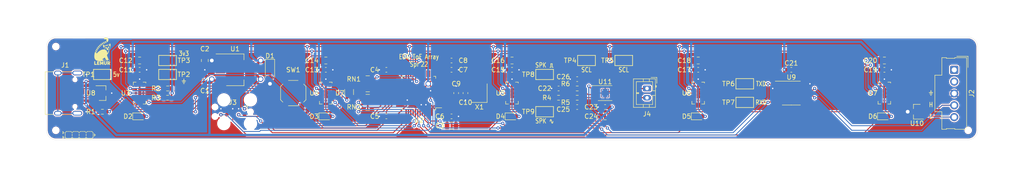
<source format=kicad_pcb>
(kicad_pcb (version 20171130) (host pcbnew "(5.1.12)-1")
  (layers (0 F.Cu signal) (31 B.Cu signal) (34 B.Paste user) (35 F.Paste user) (36 B.SilkS user) (37 F.SilkS user) (38 B.Mask user) (39 F.Mask user) (44 Edge.Cuts user))
  (net 0 "")
  (net 1 gnd)
  (net 2 v3v3)
  (net 3 vusb)
  (net 4 mcu.swd.swd.reset)
  (net 5 mcu.ic.swd.swclk)
  (net 6 i2c_chain_0.scl)
  (net 7 i2c_chain_0.sda)
  (net 8 leds_chain_0.0)
  (net 9 leds_chain_0.1)
  (net 10 leds_chain_0.2)
  (net 11 leds_chain_0.3)
  (net 12 leds_chain_0.4)
  (net 13 spk_chain_0)
  (net 14 sw1_chain_0)
  (net 15 usb_chain_0.d_N)
  (net 16 usb_chain_0.d_P)
  (net 17 spk_chain_2.a)
  (net 18 spk_chain_2.b)
  (net 19 spk_chain_1)
  (net 20 mcu.ic.swd.swo)
  (net 21 res1.a.0)
  (net 22 res1.a.1)
  (net 23 res1.a.2)
  (net 24 res1.a.3)
  (net 25 res2.a.0)
  (net 26 leds_chain_0.5)
  (net 27 leds_chain_0.7)
  (net 28 leds_chain_0.6)
  (net 29 res2.a.1)
  (net 30 res2.a.2)
  (net 31 res2.a.3)
  (net 32 usb.S1)
  (net 33 mcu.gpio.tof_xshut_2)
  (net 34 mcu.gpio.tof_xshut_1)
  (net 35 mcu.swd.swd.swdio)
  (net 36 "spk_drv.(adapter)inn_res.b.src")
  (net 37 can_chain_1.canh)
  (net 38 can_chain_1.canl)
  (net 39 can_chain_0.txd)
  (net 40 can_chain_0.rxd)
  (net 41 spk_drv.inp_res.a)
  (net 42 mcu.crystal.crystal.a)
  (net 43 mcu.ic.osc.xtal_out)
  (net 44 spk_drv.inn_cap.pos)
  (net 45 "spk_drv.(adapter)inp_res.b.dst")
  (net 46 tof.xshut.4)
  (net 47 mcu.gpio.tof_xshut_3)
  (net 48 tof.xshut.0)
  (module Connector_USB:USB_C_Receptacle_XKB_U262-16XN-4BVC11 (layer F.Cu) (at 53.5 50 270)
    (fp_text reference J1 (at -6 -0.5 180) (layer F.SilkS))
    (fp_text value C165948)
    (pad S1 thru_hole oval (at -4.32 -3.105 270) (size 1 2.1) (drill oval 0.6 1.7) (layers *.Cu *.Mask) (net 32 usb.S1))
    (pad S1 thru_hole oval (at 4.32 -3.105 270) (size 1 2.1) (drill oval 0.6 1.7) (layers *.Cu *.Mask) (net 32 usb.S1))
    (pad S1 thru_hole oval (at -4.32 1.075 270) (size 1 1.6) (drill oval 0.6 1.2) (layers *.Cu *.Mask) (net 32 usb.S1))
    (pad S1 thru_hole oval (at 4.32 1.075 270) (size 1 1.6) (drill oval 0.6 1.2) (layers *.Cu *.Mask) (net 32 usb.S1))
    (pad "" np_thru_hole circle (at 2.89 -2.605 270) (size 0.65 0.65) (drill 0.65) (layers *.Cu *.Mask))
    (pad "" np_thru_hole circle (at -2.89 -2.605 270) (size 0.65 0.65) (drill 0.65) (layers *.Cu *.Mask))
    (pad B1 smd rect (at 3.05 -3.67 270) (size 0.3 1.15) (layers F.Cu F.Paste F.Mask) (net 1 gnd))
    (pad B4 smd rect (at 2.25 -3.67 270) (size 0.3 1.15) (layers F.Cu F.Paste F.Mask) (net 3 vusb))
    (pad B5 smd rect (at 1.75 -3.67 270) (size 0.3 1.15) (layers F.Cu F.Paste F.Mask))
    (pad A8 smd rect (at 1.25 -3.67 270) (size 0.3 1.15) (layers F.Cu F.Paste F.Mask))
    (pad B6 smd rect (at 0.75 -3.67 270) (size 0.3 1.15) (layers F.Cu F.Paste F.Mask) (net 16 usb_chain_0.d_P))
    (pad A7 smd rect (at 0.25 -3.67 270) (size 0.3 1.15) (layers F.Cu F.Paste F.Mask) (net 15 usb_chain_0.d_N))
    (pad A6 smd rect (at -0.25 -3.67 270) (size 0.3 1.15) (layers F.Cu F.Paste F.Mask) (net 16 usb_chain_0.d_P))
    (pad B7 smd rect (at -0.75 -3.67 270) (size 0.3 1.15) (layers F.Cu F.Paste F.Mask) (net 15 usb_chain_0.d_N))
    (pad A5 smd rect (at -1.25 -3.67 270) (size 0.3 1.15) (layers F.Cu F.Paste F.Mask))
    (pad B8 smd rect (at -1.75 -3.67 270) (size 0.3 1.15) (layers F.Cu F.Paste F.Mask))
    (pad A4 smd rect (at -2.55 -3.67 270) (size 0.3 1.15) (layers F.Cu F.Paste F.Mask) (net 3 vusb))
    (pad A1 smd rect (at -3.35 -3.67 270) (size 0.3 1.15) (layers F.Cu F.Paste F.Mask) (net 1 gnd))
    (pad B12 smd rect (at -3.05 -3.67 270) (size 0.3 1.15) (layers F.Cu F.Paste F.Mask) (net 1 gnd))
    (pad B9 smd rect (at -2.25 -3.67 270) (size 0.3 1.15) (layers F.Cu F.Paste F.Mask) (net 3 vusb))
    (pad A9 smd rect (at 2.55 -3.67 270) (size 0.3 1.15) (layers F.Cu F.Paste F.Mask) (net 3 vusb))
    (pad A12 smd rect (at 3.35 -3.67 270) (size 0.3 1.15) (layers F.Cu F.Paste F.Mask) (net 1 gnd))
  )
  (module Diode_SMD:D_SOD-123 (layer F.Cu) (at 98 45 270)
    (fp_text reference D1 (at -3 0 180) (layer F.SilkS))
    (fp_text value C499796)
    (pad 1 smd rect (at -1.65 0 270) (size 0.9 1.2) (layers F.Cu F.Paste F.Mask) (net 2 v3v3))
    (pad 2 smd rect (at 1.65 0 270) (size 0.9 1.2) (layers F.Cu F.Paste F.Mask) (net 1 gnd))
  )
  (module Package_TO_SOT_SMD:SOT-223-3_TabPin2 (layer F.Cu) (at 90.5 45)
    (fp_text reference U1 (at 0 -4.5) (layer F.SilkS))
    (fp_text value C86781)
    (pad 2 smd rect (at 3.15 0) (size 2 3.8) (layers F.Cu F.Paste F.Mask) (net 2 v3v3))
    (pad 2 smd rect (at -3.15 0) (size 2 1.5) (layers F.Cu F.Paste F.Mask) (net 2 v3v3))
    (pad 3 smd rect (at -3.15 2.3) (size 2 1.5) (layers F.Cu F.Paste F.Mask) (net 3 vusb))
    (pad 1 smd rect (at -3.15 -2.3) (size 2 1.5) (layers F.Cu F.Paste F.Mask) (net 1 gnd))
  )
  (module Capacitor_SMD:C_0603_1608Metric (layer F.Cu) (at 84 47 90)
    (fp_text reference C1 (at -2.5 0 180) (layer F.SilkS))
    (fp_text value C14663)
    (pad 1 smd roundrect (at -0.775 0 90) (size 0.9 0.95) (layers F.Cu F.Paste F.Mask) (net 3 vusb))
    (pad 2 smd roundrect (at 0.775 0 90) (size 0.9 0.95) (layers F.Cu F.Paste F.Mask) (net 1 gnd))
  )
  (module Capacitor_SMD:C_0805_2012Metric (layer F.Cu) (at 84 43 90)
    (fp_text reference C2 (at 2.5 0 180) (layer F.SilkS))
    (fp_text value C1779)
    (pad 1 smd roundrect (at -0.95 0 90) (size 1 1.45) (layers F.Cu F.Paste F.Mask) (net 2 v3v3))
    (pad 2 smd roundrect (at 0.95 0 90) (size 1 1.45) (layers F.Cu F.Paste F.Mask) (net 1 gnd))
  )
  (module TestPoint:TestPoint_Keystone_5015_Micro-Minature (layer F.Cu) (at 76 43 180)
    (fp_text reference TP3 (at -3.5 0) (layer F.SilkS))
    (fp_text value C238130)
    (pad 1 smd rect (at 0 0 180) (size 3.4 1.8) (layers F.Cu F.Paste F.Mask) (net 2 v3v3))
  )
  (module edg:Symbol_Duckling (layer F.Cu) (at 57 41)
    (fp_text reference U12 hide)
    (fp_text value "" hide)
    (fp_line (start -0.2 1.39571) (end -0.212004 1.146914) (layer F.Cu) (width 0.2))
    (fp_line (start 0.382558 1.56145) (end 0.273702 1.202597) (layer F.Cu) (width 0.2))
    (fp_circle (center 0 0) (end 2.5 0) (layer F.Cu) (width 0.2))
    (fp_line (start -0.150743 1.768905) (end -0.2 1.39571) (layer F.Cu) (width 0.2))
    (fp_line (start 0.902531 0.329667) (end 0.937407 0.022451) (layer F.Cu) (width 0.2))
    (fp_circle (center 0.3125 -1.25) (end 0.875 -1.25) (layer F.Cu) (width 0.2))
    (fp_line (start 0.792579 0.628467) (end 0.902531 0.329667) (layer F.Cu) (width 0.2))
    (fp_line (start 0.778054 -0.54137) (end 0.59375 -0.762861) (layer F.Cu) (width 0.2))
    (fp_line (start 0.895035 -0.27405) (end 0.778054 -0.54137) (layer F.Cu) (width 0.2))
    (fp_line (start 0.937407 0.022451) (end 0.895035 -0.27405) (layer F.Cu) (width 0.2))
    (fp_line (start 0.614398 0.900241) (end 0.792579 0.628467) (layer F.Cu) (width 0.2))
    (fp_line (start 0.379085 1.128065) (end 0.614398 0.900241) (layer F.Cu) (width 0.2))
    (fp_line (start -0.807277 1.374087) (end -0.51095 1.424715) (layer F.Cu) (width 0.2))
    (fp_line (start 0.101295 1.297751) (end 0.379085 1.128065) (layer F.Cu) (width 0.2))
    (fp_line (start -0.201673 1.39873) (end 0.101295 1.297751) (layer F.Cu) (width 0.2))
    (fp_line (start -1.072198 1.25) (end -0.807277 1.374087) (layer F.Cu) (width 0.2))
    (fp_line (start -0.51095 1.424715) (end -0.201673 1.39873) (layer F.Cu) (width 0.2))
    (fp_arc (start 0.255376 2.580879) (end 0.286757 1.643905) (angle -31.9) (layer F.Cu) (width 0.16))
    (fp_arc (start 0.255376 0.95693) (end -0.213243 1.768905) (angle -31.9) (layer F.Cu) (width 0.16))
    (fp_arc (start -1.045869 -1.397143) (end -0.303506 -0.391461) (angle -23.07391807) (layer F.Cu) (width 0.2))
    (fp_arc (start 0.820058 1.49895) (end 0.820058 1.43645) (angle -180) (layer F.Cu) (width 0.16))
    (fp_arc (start 0.820058 1.62395) (end 0.820058 1.56145) (angle -180) (layer F.Cu) (width 0.16))
    (fp_arc (start 0.438855 0.614222) (end -0.303506 -0.391461) (angle -50.50954913) (layer F.Cu) (width 0.2))
    (fp_arc (start -2.057586 0.480902) (end -1.072198 1.25) (angle -34.91520625) (layer F.Cu) (width 0.2))
    (fp_arc (start 1.417814 -1.468658) (end 0.869178 -1.169286) (angle -38.9) (layer F.Cu) (width 0.16))
    (fp_arc (start 0.666915 0.805586) (end -0.013396 -0.243068) (angle -64) (layer F.Cu) (width 0.16))
    (fp_arc (start 0.5 -1.375) (end 0.62074 -1.407352) (angle -150) (layer F.Cu) (width 0.16))
    (fp_arc (start 0.286757 1.831405) (end 0.286757 1.768905) (angle -180) (layer F.Cu) (width 0.16))
    (fp_arc (start 1.002382 -1.490866) (end 0.763205 -0.913443) (angle -38.9) (layer F.Cu) (width 0.16))
    (fp_arc (start 0.286757 1.706405) (end 0.286757 1.643905) (angle -180) (layer F.Cu) (width 0.16))
    (fp_arc (start -0.639602 -0.290712) (end -0.573812 0.957555) (angle -73.5) (layer F.Cu) (width 0.16))
    (fp_arc (start 0.788677 0.749475) (end 0.320058 1.56145) (angle -31.9) (layer F.Cu) (width 0.16))
    (fp_arc (start 0 0) (end 1.093749 1.89443) (angle -300) (layer F.Cu) (width 0.2))
    (fp_arc (start 0.788677 2.373424) (end 0.820058 1.43645) (angle -31.9) (layer F.Cu) (width 0.16))
  )
  (module edg:Indicator_IdDots_4 (layer F.Cu) (at 57 59)
    (fp_text reference 2 hide)
    (fp_text value "")
    (fp_circle (center 2.25 0) (end 2.5 0) (layer F.Cu) (width 0.5))
    (fp_circle (center 0.75 0) (end 1 0) (layer F.Cu) (width 0.5))
    (fp_circle (center -0.75 0) (end -0.5 0) (layer F.Cu) (width 0.5))
    (fp_circle (center -2.25 0) (end -2 0) (layer F.Cu) (width 0.5))
  )
  (module edg:JlcToolingHole_1.152mm (layer F.Cu) (at 52 40)
    (fp_text reference H1 hide)
    (fp_text value "")
    (pad "" np_thru_hole circle (at 0 0) (size 1.152 1.152) (drill 1.152) (layers *.Cu *.Mask))
  )
  (module edg:JlcToolingHole_1.152mm (layer F.Cu) (at 52 58)
    (fp_text reference H2 hide)
    (fp_text value "")
    (pad "" np_thru_hole circle (at 0 0) (size 1.152 1.152) (drill 1.152) (layers *.Cu *.Mask))
  )
  (module edg:JlcToolingHole_1.152mm (layer F.Cu) (at 248 58)
    (fp_text reference H3 hide)
    (fp_text value "")
    (pad "" np_thru_hole circle (at 0 0) (size 1.152 1.152) (drill 1.152) (layers *.Cu *.Mask))
  )
  (module edg:Indicator_LeadFree (layer F.Cu) (at 57 57)
    (fp_text reference 1 hide)
    (fp_text value "" hide)
    (fp_line (start -0.8 0.45) (end -0.4 0.45) (layer F.Cu) (width 0.2))
    (fp_line (start -2.05 -0.55) (end -1.8 -0.55) (layer F.Cu) (width 0.2))
    (fp_circle (center 1.25 0) (end 2.25 0) (layer F.Cu) (width 0.2))
    (fp_circle (center -1.25 0) (end -0.25 0) (layer F.Cu) (width 0.2))
    (fp_line (start 0.6 0.7) (end 1.9 -0.7) (layer F.Cu) (width 0.2))
    (fp_text user Pb (at 1.25 0) (layer F.Cu) (effects (font (size 1 0.8) (thickness 0.2))))
    (fp_text user Pb (at -1.25 0) (layer F.Cu) (effects (font (size 1 0.8) (thickness 0.2))))
  )
  (module TestPoint:TestPoint_Keystone_5015_Micro-Minature (layer F.Cu) (at 76 46 180)
    (fp_text reference TP2 (at -3.5 0) (layer F.SilkS))
    (fp_text value C238130)
    (pad 1 smd rect (at 0 0 180) (size 3.4 1.8) (layers F.Cu F.Paste F.Mask) (net 1 gnd))
  )
  (module TestPoint:TestPoint_Keystone_5015_Micro-Minature (layer F.Cu) (at 62 46 180)
    (fp_text reference TP1 (at 3 0) (layer F.SilkS))
    (fp_text value C238130)
    (pad 1 smd rect (at 0 0 180) (size 3.4 1.8) (layers F.Cu F.Paste F.Mask) (net 3 vusb))
  )
  (module Package_TO_SOT_SMD:SOT-23 (layer F.Cu) (at 62 50)
    (fp_text reference U8 (at -2.5 0) (layer F.SilkS))
    (fp_text value C87911)
    (pad 1 smd rect (at -1 -0.95) (size 0.9 0.8) (layers F.Cu F.Paste F.Mask) (net 15 usb_chain_0.d_N))
    (pad 2 smd rect (at -1 0.95) (size 0.9 0.8) (layers F.Cu F.Paste F.Mask) (net 16 usb_chain_0.d_P))
    (pad 3 smd rect (at 1 0) (size 0.9 0.8) (layers F.Cu F.Paste F.Mask) (net 1 gnd))
  )
  (module LED_SMD:LED_0603_1608Metric (layer F.Cu) (at 70 55)
    (fp_text reference D2 (at -2.5 0) (layer F.SilkS))
    (fp_text value C2286)
    (pad 2 smd roundrect (at 0.7875 0) (size 0.875 0.95) (layers F.Cu F.Paste F.Mask) (net 2 v3v3))
    (pad 1 smd roundrect (at -0.7875 0) (size 0.875 0.95) (layers F.Cu F.Paste F.Mask) (net 21 res1.a.0))
  )
  (module LED_SMD:LED_0603_1608Metric (layer F.Cu) (at 110 55)
    (fp_text reference D3 (at -2.5 0) (layer F.SilkS))
    (fp_text value C2286)
    (pad 2 smd roundrect (at 0.7875 0) (size 0.875 0.95) (layers F.Cu F.Paste F.Mask) (net 2 v3v3))
    (pad 1 smd roundrect (at -0.7875 0) (size 0.875 0.95) (layers F.Cu F.Paste F.Mask) (net 22 res1.a.1))
  )
  (module LED_SMD:LED_0603_1608Metric (layer F.Cu) (at 150 55)
    (fp_text reference D4 (at -2.5 0) (layer F.SilkS))
    (fp_text value C2286)
    (pad 1 smd roundrect (at -0.7875 0) (size 0.875 0.95) (layers F.Cu F.Paste F.Mask) (net 29 res2.a.1))
    (pad 2 smd roundrect (at 0.7875 0) (size 0.875 0.95) (layers F.Cu F.Paste F.Mask) (net 2 v3v3))
  )
  (module LED_SMD:LED_0603_1608Metric (layer F.Cu) (at 190 55)
    (fp_text reference D5 (at -2.5 0) (layer F.SilkS))
    (fp_text value C2286)
    (pad 2 smd roundrect (at 0.7875 0) (size 0.875 0.95) (layers F.Cu F.Paste F.Mask) (net 2 v3v3))
    (pad 1 smd roundrect (at -0.7875 0) (size 0.875 0.95) (layers F.Cu F.Paste F.Mask) (net 30 res2.a.2))
  )
  (module LED_SMD:LED_0603_1608Metric (layer F.Cu) (at 230 55)
    (fp_text reference D6 (at -2.5 0) (layer F.SilkS))
    (fp_text value C2286)
    (pad 1 smd roundrect (at -0.7875 0) (size 0.875 0.95) (layers F.Cu F.Paste F.Mask) (net 31 res2.a.3))
    (pad 2 smd roundrect (at 0.7875 0) (size 0.875 0.95) (layers F.Cu F.Paste F.Mask) (net 2 v3v3))
  )
  (module Capacitor_SMD:C_0603_1608Metric (layer F.Cu) (at 138 50 90)
    (fp_text reference C9 (at 2 0 180) (layer F.SilkS))
    (fp_text value C1663)
    (pad 2 smd roundrect (at 0.775 0 90) (size 0.9 0.95) (layers F.Cu F.Paste F.Mask) (net 1 gnd))
    (pad 1 smd roundrect (at -0.775 0 90) (size 0.9 0.95) (layers F.Cu F.Paste F.Mask) (net 42 mcu.crystal.crystal.a))
  )
  (module Capacitor_SMD:C_0603_1608Metric (layer F.Cu) (at 140 50 270)
    (fp_text reference C10 (at 2 0 180) (layer F.SilkS))
    (fp_text value C1663)
    (pad 1 smd roundrect (at -0.775 0 270) (size 0.9 0.95) (layers F.Cu F.Paste F.Mask) (net 43 mcu.ic.osc.xtal_out))
    (pad 2 smd roundrect (at 0.775 0 270) (size 0.9 0.95) (layers F.Cu F.Paste F.Mask) (net 1 gnd))
  )
  (module Package_QFP:LQFP-48_7x7mm_P0.5mm (layer F.Cu) (at 130 50 180)
    (fp_text reference U2 (at 0 -5.85) (layer F.SilkS))
    (fp_text value C8734)
    (pad 1 smd roundrect (at -4.1625 -2.75 180) (size 1.475 0.3) (layers F.Cu F.Paste F.Mask) (net 2 v3v3))
    (pad 2 smd roundrect (at -4.1625 -2.25 180) (size 1.475 0.3) (layers F.Cu F.Paste F.Mask) (net 46 tof.xshut.4))
    (pad 3 smd roundrect (at -4.1625 -1.75 180) (size 1.475 0.3) (layers F.Cu F.Paste F.Mask) (net 47 mcu.gpio.tof_xshut_3))
    (pad 4 smd roundrect (at -4.1625 -1.25 180) (size 1.475 0.3) (layers F.Cu F.Paste F.Mask) (net 33 mcu.gpio.tof_xshut_2))
    (pad 5 smd roundrect (at -4.1625 -0.75 180) (size 1.475 0.3) (layers F.Cu F.Paste F.Mask) (net 42 mcu.crystal.crystal.a))
    (pad 6 smd roundrect (at -4.1625 -0.25 180) (size 1.475 0.3) (layers F.Cu F.Paste F.Mask) (net 43 mcu.ic.osc.xtal_out))
    (pad 7 smd roundrect (at -4.1625 0.25 180) (size 1.475 0.3) (layers F.Cu F.Paste F.Mask) (net 4 mcu.swd.swd.reset))
    (pad 8 smd roundrect (at -4.1625 0.75 180) (size 1.475 0.3) (layers F.Cu F.Paste F.Mask) (net 1 gnd))
    (pad 9 smd roundrect (at -4.1625 1.25 180) (size 1.475 0.3) (layers F.Cu F.Paste F.Mask) (net 2 v3v3))
    (pad 10 smd roundrect (at -4.1625 1.75 180) (size 1.475 0.3) (layers F.Cu F.Paste F.Mask))
    (pad 11 smd roundrect (at -4.1625 2.25 180) (size 1.475 0.3) (layers F.Cu F.Paste F.Mask) (net 13 spk_chain_0))
    (pad 12 smd roundrect (at -4.1625 2.75 180) (size 1.475 0.3) (layers F.Cu F.Paste F.Mask))
    (pad 13 smd roundrect (at -2.75 4.1625 180) (size 0.3 1.475) (layers F.Cu F.Paste F.Mask))
    (pad 14 smd roundrect (at -2.25 4.1625 180) (size 0.3 1.475) (layers F.Cu F.Paste F.Mask))
    (pad 15 smd roundrect (at -1.75 4.1625 180) (size 0.3 1.475) (layers F.Cu F.Paste F.Mask))
    (pad 16 smd roundrect (at -1.25 4.1625 180) (size 0.3 1.475) (layers F.Cu F.Paste F.Mask))
    (pad 17 smd roundrect (at -0.75 4.1625 180) (size 0.3 1.475) (layers F.Cu F.Paste F.Mask))
    (pad 18 smd roundrect (at -0.25 4.1625 180) (size 0.3 1.475) (layers F.Cu F.Paste F.Mask))
    (pad 19 smd roundrect (at 0.25 4.1625 180) (size 0.3 1.475) (layers F.Cu F.Paste F.Mask) (net 14 sw1_chain_0))
    (pad 20 smd roundrect (at 0.75 4.1625 180) (size 0.3 1.475) (layers F.Cu F.Paste F.Mask) (net 8 leds_chain_0.0))
    (pad 21 smd roundrect (at 1.25 4.1625 180) (size 0.3 1.475) (layers F.Cu F.Paste F.Mask) (net 6 i2c_chain_0.scl))
    (pad 22 smd roundrect (at 1.75 4.1625 180) (size 0.3 1.475) (layers F.Cu F.Paste F.Mask) (net 7 i2c_chain_0.sda))
    (pad 23 smd roundrect (at 2.25 4.1625 180) (size 0.3 1.475) (layers F.Cu F.Paste F.Mask) (net 1 gnd))
    (pad 24 smd roundrect (at 2.75 4.1625 180) (size 0.3 1.475) (layers F.Cu F.Paste F.Mask) (net 2 v3v3))
    (pad 25 smd roundrect (at 4.1625 2.75 180) (size 1.475 0.3) (layers F.Cu F.Paste F.Mask) (net 9 leds_chain_0.1))
    (pad 26 smd roundrect (at 4.1625 2.25 180) (size 1.475 0.3) (layers F.Cu F.Paste F.Mask) (net 26 leds_chain_0.5))
    (pad 27 smd roundrect (at 4.1625 1.75 180) (size 1.475 0.3) (layers F.Cu F.Paste F.Mask) (net 28 leds_chain_0.6))
    (pad 28 smd roundrect (at 4.1625 1.25 180) (size 1.475 0.3) (layers F.Cu F.Paste F.Mask) (net 27 leds_chain_0.7))
    (pad 29 smd roundrect (at 4.1625 0.75 180) (size 1.475 0.3) (layers F.Cu F.Paste F.Mask) (net 10 leds_chain_0.2))
    (pad 30 smd roundrect (at 4.1625 0.25 180) (size 1.475 0.3) (layers F.Cu F.Paste F.Mask) (net 11 leds_chain_0.3))
    (pad 31 smd roundrect (at 4.1625 -0.25 180) (size 1.475 0.3) (layers F.Cu F.Paste F.Mask) (net 12 leds_chain_0.4))
    (pad 32 smd roundrect (at 4.1625 -0.75 180) (size 1.475 0.3) (layers F.Cu F.Paste F.Mask) (net 15 usb_chain_0.d_N))
    (pad 33 smd roundrect (at 4.1625 -1.25 180) (size 1.475 0.3) (layers F.Cu F.Paste F.Mask) (net 16 usb_chain_0.d_P))
    (pad 34 smd roundrect (at 4.1625 -1.75 180) (size 1.475 0.3) (layers F.Cu F.Paste F.Mask) (net 35 mcu.swd.swd.swdio))
    (pad 35 smd roundrect (at 4.1625 -2.25 180) (size 1.475 0.3) (layers F.Cu F.Paste F.Mask) (net 1 gnd))
    (pad 36 smd roundrect (at 4.1625 -2.75 180) (size 1.475 0.3) (layers F.Cu F.Paste F.Mask) (net 2 v3v3))
    (pad 37 smd roundrect (at 2.75 -4.1625 180) (size 0.3 1.475) (layers F.Cu F.Paste F.Mask) (net 5 mcu.ic.swd.swclk))
    (pad 38 smd roundrect (at 2.25 -4.1625 180) (size 0.3 1.475) (layers F.Cu F.Paste F.Mask))
    (pad 39 smd roundrect (at 1.75 -4.1625 180) (size 0.3 1.475) (layers F.Cu F.Paste F.Mask) (net 20 mcu.ic.swd.swo))
    (pad 40 smd roundrect (at 1.25 -4.1625 180) (size 0.3 1.475) (layers F.Cu F.Paste F.Mask))
    (pad 41 smd roundrect (at 0.75 -4.1625 180) (size 0.3 1.475) (layers F.Cu F.Paste F.Mask) (net 34 mcu.gpio.tof_xshut_1))
    (pad 42 smd roundrect (at 0.25 -4.1625 180) (size 0.3 1.475) (layers F.Cu F.Paste F.Mask) (net 48 tof.xshut.0))
    (pad 43 smd roundrect (at -0.25 -4.1625 180) (size 0.3 1.475) (layers F.Cu F.Paste F.Mask))
    (pad 44 smd roundrect (at -0.75 -4.1625 180) (size 0.3 1.475) (layers F.Cu F.Paste F.Mask) (net 1 gnd))
    (pad 45 smd roundrect (at -1.25 -4.1625 180) (size 0.3 1.475) (layers F.Cu F.Paste F.Mask) (net 40 can_chain_0.rxd))
    (pad 46 smd roundrect (at -1.75 -4.1625 180) (size 0.3 1.475) (layers F.Cu F.Paste F.Mask) (net 39 can_chain_0.txd))
    (pad 47 smd roundrect (at -2.25 -4.1625 180) (size 0.3 1.475) (layers F.Cu F.Paste F.Mask) (net 1 gnd))
    (pad 48 smd roundrect (at -2.75 -4.1625 180) (size 0.3 1.475) (layers F.Cu F.Paste F.Mask) (net 2 v3v3))
  )
  (module Capacitor_SMD:C_0805_2012Metric (layer F.Cu) (at 137 57)
    (fp_text reference C3 (at -2.5 0) (layer F.SilkS))
    (fp_text value C1779)
    (pad 1 smd roundrect (at -0.95 0) (size 1 1.45) (layers F.Cu F.Paste F.Mask) (net 2 v3v3))
    (pad 2 smd roundrect (at 0.95 0) (size 1 1.45) (layers F.Cu F.Paste F.Mask) (net 1 gnd))
  )
  (module Capacitor_SMD:C_0603_1608Metric (layer F.Cu) (at 123 45 180)
    (fp_text reference C4 (at 2.5 0) (layer F.SilkS))
    (fp_text value C14663)
    (pad 1 smd roundrect (at -0.775 0 180) (size 0.9 0.95) (layers F.Cu F.Paste F.Mask) (net 2 v3v3))
    (pad 2 smd roundrect (at 0.775 0 180) (size 0.9 0.95) (layers F.Cu F.Paste F.Mask) (net 1 gnd))
  )
  (module Capacitor_SMD:C_0603_1608Metric (layer F.Cu) (at 123 55 180)
    (fp_text reference C5 (at 2.5 0) (layer F.SilkS))
    (fp_text value C14663)
    (pad 2 smd roundrect (at 0.775 0 180) (size 0.9 0.95) (layers F.Cu F.Paste F.Mask) (net 1 gnd))
    (pad 1 smd roundrect (at -0.775 0 180) (size 0.9 0.95) (layers F.Cu F.Paste F.Mask) (net 2 v3v3))
  )
  (module Capacitor_SMD:C_0603_1608Metric (layer F.Cu) (at 137 55)
    (fp_text reference C6 (at -2.5 0) (layer F.SilkS))
    (fp_text value C14663)
    (pad 1 smd roundrect (at -0.775 0) (size 0.9 0.95) (layers F.Cu F.Paste F.Mask) (net 2 v3v3))
    (pad 2 smd roundrect (at 0.775 0) (size 0.9 0.95) (layers F.Cu F.Paste F.Mask) (net 1 gnd))
  )
  (module Resistor_SMD:R_0603_1608Metric (layer F.Cu) (at 62 54 180)
    (fp_text reference R1 (at 2.5 0) (layer F.SilkS))
    (fp_text value C22843)
    (pad 1 smd roundrect (at -0.825 0 180) (size 0.8 0.95) (layers F.Cu F.Paste F.Mask) (net 2 v3v3))
    (pad 2 smd roundrect (at 0.825 0 180) (size 0.8 0.95) (layers F.Cu F.Paste F.Mask) (net 16 usb_chain_0.d_P))
  )
  (module Capacitor_SMD:C_0603_1608Metric (layer F.Cu) (at 137 45)
    (fp_text reference C7 (at 2.5 0) (layer F.SilkS))
    (fp_text value C57112)
    (pad 2 smd roundrect (at 0.775 0) (size 0.9 0.95) (layers F.Cu F.Paste F.Mask) (net 1 gnd))
    (pad 1 smd roundrect (at -0.775 0) (size 0.9 0.95) (layers F.Cu F.Paste F.Mask) (net 2 v3v3))
  )
  (module Capacitor_SMD:C_0603_1608Metric (layer F.Cu) (at 137 43)
    (fp_text reference C8 (at 2.5 0) (layer F.SilkS))
    (fp_text value C15849)
    (pad 1 smd roundrect (at -0.775 0) (size 0.9 0.95) (layers F.Cu F.Paste F.Mask) (net 2 v3v3))
    (pad 2 smd roundrect (at 0.775 0) (size 0.9 0.95) (layers F.Cu F.Paste F.Mask) (net 1 gnd))
  )
  (module Resistor_SMD:R_0603_1608Metric (layer F.Cu) (at 76 49 180)
    (fp_text reference R2 (at 2.5 0) (layer F.SilkS))
    (fp_text value C23162)
    (pad 1 smd roundrect (at -0.825 0 180) (size 0.8 0.95) (layers F.Cu F.Paste F.Mask) (net 2 v3v3))
    (pad 2 smd roundrect (at 0.825 0 180) (size 0.8 0.95) (layers F.Cu F.Paste F.Mask) (net 6 i2c_chain_0.scl))
  )
  (module Resistor_SMD:R_0603_1608Metric (layer F.Cu) (at 76 51 180)
    (fp_text reference R3 (at 2.5 0) (layer F.SilkS))
    (fp_text value C23162)
    (pad 1 smd roundrect (at -0.825 0 180) (size 0.8 0.95) (layers F.Cu F.Paste F.Mask) (net 2 v3v3))
    (pad 2 smd roundrect (at 0.825 0 180) (size 0.8 0.95) (layers F.Cu F.Paste F.Mask) (net 7 i2c_chain_0.sda))
  )
  (module Connector:Tag-Connect_TC2050-IDC-FP_2x05_P1.27mm_Vertical (layer F.Cu) (at 90 54 180)
    (fp_text reference J3 (at 0 2) (layer F.SilkS))
    (fp_text value "")
    (pad "" np_thru_hole circle (at 3.81 -1.016 180) (size 0.9906 0.9906) (drill 0.9906) (layers *.Cu *.Mask))
    (pad "" np_thru_hole circle (at 3.81 1.016 180) (size 0.9906 0.9906) (drill 0.9906) (layers *.Cu *.Mask))
    (pad "" np_thru_hole circle (at -3.81 0 180) (size 0.9906 0.9906) (drill 0.9906) (layers *.Cu *.Mask))
    (pad 1 connect circle (at -2.54 0.635 180) (size 0.7874 0.7874) (layers F.Cu F.Mask) (net 2 v3v3))
    (pad 2 connect circle (at -1.27 0.635 180) (size 0.7874 0.7874) (layers F.Cu F.Mask) (net 1 gnd))
    (pad 3 connect circle (at 0 0.635 180) (size 0.7874 0.7874) (layers F.Cu F.Mask) (net 1 gnd))
    (pad 4 connect circle (at 1.27 0.635 180) (size 0.7874 0.7874) (layers F.Cu F.Mask))
    (pad 5 connect circle (at 2.54 0.635 180) (size 0.7874 0.7874) (layers F.Cu F.Mask) (net 1 gnd))
    (pad 6 connect circle (at 2.54 -0.635 180) (size 0.7874 0.7874) (layers F.Cu F.Mask) (net 4 mcu.swd.swd.reset))
    (pad 7 connect circle (at 1.27 -0.635 180) (size 0.7874 0.7874) (layers F.Cu F.Mask))
    (pad 8 connect circle (at 0 -0.635 180) (size 0.7874 0.7874) (layers F.Cu F.Mask) (net 20 mcu.ic.swd.swo))
    (pad 9 connect circle (at -1.27 -0.635 180) (size 0.7874 0.7874) (layers F.Cu F.Mask) (net 5 mcu.ic.swd.swclk))
    (pad 10 connect circle (at -2.54 -0.635 180) (size 0.7874 0.7874) (layers F.Cu F.Mask) (net 35 mcu.swd.swd.swdio))
    (pad "" np_thru_hole circle (at -3.81 -2.54 180) (size 2.3749 2.3749) (drill 2.3749) (layers *.Cu *.Mask))
    (pad "" np_thru_hole circle (at -3.81 2.54 180) (size 2.3749 2.3749) (drill 2.3749) (layers *.Cu *.Mask))
    (pad "" np_thru_hole circle (at 1.905 2.54 180) (size 2.3749 2.3749) (drill 2.3749) (layers *.Cu *.Mask))
    (pad "" np_thru_hole circle (at 1.905 -2.54 180) (size 2.3749 2.3749) (drill 2.3749) (layers *.Cu *.Mask))
  )
  (module Connector_JST:JST_PH_B2B-PH-K_1x02_P2.00mm_Vertical (layer F.Cu) (at 179 49 270)
    (fp_text reference J4 (at 5.5 0 180) (layer F.SilkS))
    (fp_text value "")
    (pad 1 thru_hole roundrect (at 0 0 270) (size 1.2 1.75) (drill 0.75) (layers *.Cu *.Mask) (roundrect_rratio 0.2083325) (net 17 spk_chain_2.a))
    (pad 2 thru_hole oval (at 2 0 270) (size 1.2 1.75) (drill 0.75) (layers *.Cu *.Mask) (net 18 spk_chain_2.b))
  )
  (module Capacitor_SMD:C_0603_1608Metric (layer F.Cu) (at 160 49 180)
    (fp_text reference C22 (at 3 0) (layer F.SilkS))
    (fp_text value C1622)
    (pad 2 smd roundrect (at 0.775 0 180) (size 0.9 0.95) (layers F.Cu F.Paste F.Mask) (net 1 gnd))
    (pad 1 smd roundrect (at -0.775 0 180) (size 0.9 0.95) (layers F.Cu F.Paste F.Mask) (net 19 spk_chain_1))
  )
  (module Resistor_SMD:R_0603_1608Metric (layer F.Cu) (at 160 51)
    (fp_text reference R4 (at -2.5 0) (layer F.SilkS))
    (fp_text value C21190)
    (pad 2 smd roundrect (at 0.825 0) (size 0.8 0.95) (layers F.Cu F.Paste F.Mask) (net 19 spk_chain_1))
    (pad 1 smd roundrect (at -0.825 0) (size 0.8 0.95) (layers F.Cu F.Paste F.Mask) (net 13 spk_chain_0))
  )
  (module Capacitor_SMD:C_0805_2012Metric (layer F.Cu) (at 170 55 180)
    (fp_text reference C24 (at 3 0) (layer F.SilkS))
    (fp_text value C1779)
    (pad 1 smd roundrect (at -0.95 0 180) (size 1 1.45) (layers F.Cu F.Paste F.Mask) (net 3 vusb))
    (pad 2 smd roundrect (at 0.95 0 180) (size 1 1.45) (layers F.Cu F.Paste F.Mask) (net 1 gnd))
  )
  (module Package_SO:MSOP-8-1EP_3x3mm_P0.65mm_EP1.68x1.88mm_ThermalVias (layer F.Cu) (at 170 50)
    (fp_text reference U11 (at 0 -2.45) (layer F.SilkS))
    (fp_text value C27396)
    (pad 1 smd roundrect (at -2.15 -0.975) (size 1.45 0.4) (layers F.Cu F.Paste F.Mask) (net 3 vusb))
    (pad 2 smd roundrect (at -2.15 -0.325) (size 1.45 0.4) (layers F.Cu F.Paste F.Mask))
    (pad 3 smd roundrect (at -2.15 0.325) (size 1.45 0.4) (layers F.Cu F.Paste F.Mask) (net 36 "spk_drv.(adapter)inn_res.b.src"))
    (pad 4 smd roundrect (at -2.15 0.975) (size 1.45 0.4) (layers F.Cu F.Paste F.Mask) (net 45 "spk_drv.(adapter)inp_res.b.dst"))
    (pad 5 smd roundrect (at 2.15 0.975) (size 1.45 0.4) (layers F.Cu F.Paste F.Mask) (net 18 spk_chain_2.b))
    (pad 6 smd roundrect (at 2.15 0.325) (size 1.45 0.4) (layers F.Cu F.Paste F.Mask) (net 3 vusb))
    (pad 7 smd roundrect (at 2.15 -0.325) (size 1.45 0.4) (layers F.Cu F.Paste F.Mask) (net 1 gnd))
    (pad 8 smd roundrect (at 2.15 -0.975) (size 1.45 0.4) (layers F.Cu F.Paste F.Mask) (net 17 spk_chain_2.a))
    (pad 9 smd rect (at 0 0) (size 1.68 1.88) (layers F.Cu F.Mask) (net 1 gnd))
    (pad 9 thru_hole circle (at -0.55 -0.65) (size 0.5 0.5) (drill 0.2) (layers *.Cu) (net 1 gnd))
    (pad 9 thru_hole circle (at 0.55 -0.65) (size 0.5 0.5) (drill 0.2) (layers *.Cu) (net 1 gnd))
    (pad 9 thru_hole circle (at -0.55 0.65) (size 0.5 0.5) (drill 0.2) (layers *.Cu) (net 1 gnd))
    (pad 9 thru_hole circle (at 0.55 0.65) (size 0.5 0.5) (drill 0.2) (layers *.Cu) (net 1 gnd))
    (pad 9 smd rect (at 0 0) (size 1.6 1.8) (layers B.Cu) (net 1 gnd))
  )
  (module Capacitor_SMD:C_0603_1608Metric (layer F.Cu) (at 164 47 180)
    (fp_text reference C26 (at 3 0.5) (layer F.SilkS))
    (fp_text value C15849)
    (pad 1 smd roundrect (at -0.775 0 180) (size 0.9 0.95) (layers F.Cu F.Paste F.Mask) (net 44 spk_drv.inn_cap.pos))
    (pad 2 smd roundrect (at 0.775 0 180) (size 0.9 0.95) (layers F.Cu F.Paste F.Mask) (net 1 gnd))
  )
  (module Resistor_SMD:R_0603_1608Metric (layer F.Cu) (at 164 49)
    (fp_text reference R6 (at -2.5 -1) (layer F.SilkS))
    (fp_text value C22984)
    (pad 2 smd roundrect (at 0.825 0) (size 0.8 0.95) (layers F.Cu F.Paste F.Mask) (net 36 "spk_drv.(adapter)inn_res.b.src"))
    (pad 1 smd roundrect (at -0.825 0) (size 0.8 0.95) (layers F.Cu F.Paste F.Mask) (net 44 spk_drv.inn_cap.pos))
  )
  (module Capacitor_SMD:C_0603_1608Metric (layer F.Cu) (at 164 53 180)
    (fp_text reference C25 (at 3 -0.5) (layer F.SilkS))
    (fp_text value C15849)
    (pad 2 smd roundrect (at 0.775 0 180) (size 0.9 0.95) (layers F.Cu F.Paste F.Mask) (net 19 spk_chain_1))
    (pad 1 smd roundrect (at -0.775 0 180) (size 0.9 0.95) (layers F.Cu F.Paste F.Mask) (net 41 spk_drv.inp_res.a))
  )
  (module Resistor_SMD:R_0603_1608Metric (layer F.Cu) (at 164 51)
    (fp_text reference R5 (at -2.5 1) (layer F.SilkS))
    (fp_text value C22984)
    (pad 1 smd roundrect (at -0.825 0) (size 0.8 0.95) (layers F.Cu F.Paste F.Mask) (net 41 spk_drv.inp_res.a))
    (pad 2 smd roundrect (at 0.825 0) (size 0.8 0.95) (layers F.Cu F.Paste F.Mask) (net 45 "spk_drv.(adapter)inp_res.b.dst"))
  )
  (module Capacitor_SMD:C_0603_1608Metric (layer F.Cu) (at 170 53 180)
    (fp_text reference C23 (at 3 0) (layer F.SilkS))
    (fp_text value C14663)
    (pad 1 smd roundrect (at -0.775 0 180) (size 0.9 0.95) (layers F.Cu F.Paste F.Mask) (net 3 vusb))
    (pad 2 smd roundrect (at 0.775 0 180) (size 0.9 0.95) (layers F.Cu F.Paste F.Mask) (net 1 gnd))
  )
  (module OptoDevice:ST_VL53L0X (layer F.Cu) (at 70 50 270)
    (fp_text reference U3 (at 0 3) (layer F.SilkS))
    (fp_text value C91199)
    (pad 1 smd rect (at -1.6 -0.8) (size 0.5 0.5) (layers F.Cu F.Paste F.Mask) (net 2 v3v3))
    (pad 2 smd rect (at -0.8 -0.79) (size 0.5 0.5) (layers F.Cu F.Paste F.Mask) (net 1 gnd))
    (pad 3 smd rect (at 0 -0.8) (size 0.5 0.5) (layers F.Cu F.Paste F.Mask) (net 1 gnd))
    (pad 4 smd rect (at 0.8 -0.8) (size 0.5 0.5) (layers F.Cu F.Paste F.Mask) (net 1 gnd))
    (pad 5 smd rect (at 1.6 -0.8) (size 0.5 0.5) (layers F.Cu F.Paste F.Mask) (net 48 tof.xshut.0))
    (pad 6 smd rect (at 1.6 0) (size 0.5 0.5) (layers F.Cu F.Paste F.Mask) (net 1 gnd))
    (pad 7 smd rect (at 1.6 0.8) (size 0.5 0.5) (layers F.Cu F.Paste F.Mask))
    (pad 8 smd rect (at 0.8 0.8) (size 0.5 0.5) (layers F.Cu F.Paste F.Mask))
    (pad 9 smd rect (at 0 0.8) (size 0.5 0.5) (layers F.Cu F.Paste F.Mask) (net 7 i2c_chain_0.sda))
    (pad 10 smd rect (at -0.8 0.8) (size 0.5 0.5) (layers F.Cu F.Paste F.Mask) (net 6 i2c_chain_0.scl))
    (pad 11 smd rect (at -1.6 0.8) (size 0.5 0.5) (layers F.Cu F.Paste F.Mask) (net 2 v3v3))
    (pad 12 smd rect (at -1.6 0) (size 0.5 0.5) (layers F.Cu F.Paste F.Mask) (net 1 gnd))
  )
  (module OptoDevice:ST_VL53L0X (layer F.Cu) (at 110 50 270)
    (fp_text reference U4 (at 0 2.5) (layer F.SilkS))
    (fp_text value C91199)
    (pad 12 smd rect (at -1.6 0) (size 0.5 0.5) (layers F.Cu F.Paste F.Mask) (net 1 gnd))
    (pad 11 smd rect (at -1.6 0.8) (size 0.5 0.5) (layers F.Cu F.Paste F.Mask) (net 2 v3v3))
    (pad 10 smd rect (at -0.8 0.8) (size 0.5 0.5) (layers F.Cu F.Paste F.Mask) (net 6 i2c_chain_0.scl))
    (pad 9 smd rect (at 0 0.8) (size 0.5 0.5) (layers F.Cu F.Paste F.Mask) (net 7 i2c_chain_0.sda))
    (pad 8 smd rect (at 0.8 0.8) (size 0.5 0.5) (layers F.Cu F.Paste F.Mask))
    (pad 7 smd rect (at 1.6 0.8) (size 0.5 0.5) (layers F.Cu F.Paste F.Mask))
    (pad 6 smd rect (at 1.6 0) (size 0.5 0.5) (layers F.Cu F.Paste F.Mask) (net 1 gnd))
    (pad 5 smd rect (at 1.6 -0.8) (size 0.5 0.5) (layers F.Cu F.Paste F.Mask) (net 34 mcu.gpio.tof_xshut_1))
    (pad 4 smd rect (at 0.8 -0.8) (size 0.5 0.5) (layers F.Cu F.Paste F.Mask) (net 1 gnd))
    (pad 3 smd rect (at 0 -0.8) (size 0.5 0.5) (layers F.Cu F.Paste F.Mask) (net 1 gnd))
    (pad 2 smd rect (at -0.8 -0.79) (size 0.5 0.5) (layers F.Cu F.Paste F.Mask) (net 1 gnd))
    (pad 1 smd rect (at -1.6 -0.8) (size 0.5 0.5) (layers F.Cu F.Paste F.Mask) (net 2 v3v3))
  )
  (module OptoDevice:ST_VL53L0X (layer F.Cu) (at 150 50 270)
    (fp_text reference U5 (at 0 2.5) (layer F.SilkS))
    (fp_text value C91199)
    (pad 1 smd rect (at -1.6 -0.8) (size 0.5 0.5) (layers F.Cu F.Paste F.Mask) (net 2 v3v3))
    (pad 2 smd rect (at -0.8 -0.79) (size 0.5 0.5) (layers F.Cu F.Paste F.Mask) (net 1 gnd))
    (pad 3 smd rect (at 0 -0.8) (size 0.5 0.5) (layers F.Cu F.Paste F.Mask) (net 1 gnd))
    (pad 4 smd rect (at 0.8 -0.8) (size 0.5 0.5) (layers F.Cu F.Paste F.Mask) (net 1 gnd))
    (pad 5 smd rect (at 1.6 -0.8) (size 0.5 0.5) (layers F.Cu F.Paste F.Mask) (net 33 mcu.gpio.tof_xshut_2))
    (pad 6 smd rect (at 1.6 0) (size 0.5 0.5) (layers F.Cu F.Paste F.Mask) (net 1 gnd))
    (pad 7 smd rect (at 1.6 0.8) (size 0.5 0.5) (layers F.Cu F.Paste F.Mask))
    (pad 8 smd rect (at 0.8 0.8) (size 0.5 0.5) (layers F.Cu F.Paste F.Mask))
    (pad 9 smd rect (at 0 0.8) (size 0.5 0.5) (layers F.Cu F.Paste F.Mask) (net 7 i2c_chain_0.sda))
    (pad 10 smd rect (at -0.8 0.8) (size 0.5 0.5) (layers F.Cu F.Paste F.Mask) (net 6 i2c_chain_0.scl))
    (pad 11 smd rect (at -1.6 0.8) (size 0.5 0.5) (layers F.Cu F.Paste F.Mask) (net 2 v3v3))
    (pad 12 smd rect (at -1.6 0) (size 0.5 0.5) (layers F.Cu F.Paste F.Mask) (net 1 gnd))
  )
  (module OptoDevice:ST_VL53L0X (layer F.Cu) (at 190 50 270)
    (fp_text reference U6 (at 0 2.5) (layer F.SilkS))
    (fp_text value C91199)
    (pad 12 smd rect (at -1.6 0) (size 0.5 0.5) (layers F.Cu F.Paste F.Mask) (net 1 gnd))
    (pad 11 smd rect (at -1.6 0.8) (size 0.5 0.5) (layers F.Cu F.Paste F.Mask) (net 2 v3v3))
    (pad 10 smd rect (at -0.8 0.8) (size 0.5 0.5) (layers F.Cu F.Paste F.Mask) (net 6 i2c_chain_0.scl))
    (pad 9 smd rect (at 0 0.8) (size 0.5 0.5) (layers F.Cu F.Paste F.Mask) (net 7 i2c_chain_0.sda))
    (pad 8 smd rect (at 0.8 0.8) (size 0.5 0.5) (layers F.Cu F.Paste F.Mask))
    (pad 7 smd rect (at 1.6 0.8) (size 0.5 0.5) (layers F.Cu F.Paste F.Mask))
    (pad 6 smd rect (at 1.6 0) (size 0.5 0.5) (layers F.Cu F.Paste F.Mask) (net 1 gnd))
    (pad 5 smd rect (at 1.6 -0.8) (size 0.5 0.5) (layers F.Cu F.Paste F.Mask) (net 47 mcu.gpio.tof_xshut_3))
    (pad 4 smd rect (at 0.8 -0.8) (size 0.5 0.5) (layers F.Cu F.Paste F.Mask) (net 1 gnd))
    (pad 3 smd rect (at 0 -0.8) (size 0.5 0.5) (layers F.Cu F.Paste F.Mask) (net 1 gnd))
    (pad 2 smd rect (at -0.8 -0.79) (size 0.5 0.5) (layers F.Cu F.Paste F.Mask) (net 1 gnd))
    (pad 1 smd rect (at -1.6 -0.8) (size 0.5 0.5) (layers F.Cu F.Paste F.Mask) (net 2 v3v3))
  )
  (module OptoDevice:ST_VL53L0X (layer F.Cu) (at 230 50 270)
    (fp_text reference U7 (at 0 2.5) (layer F.SilkS))
    (fp_text value C91199)
    (pad 1 smd rect (at -1.6 -0.8) (size 0.5 0.5) (layers F.Cu F.Paste F.Mask) (net 2 v3v3))
    (pad 2 smd rect (at -0.8 -0.79) (size 0.5 0.5) (layers F.Cu F.Paste F.Mask) (net 1 gnd))
    (pad 3 smd rect (at 0 -0.8) (size 0.5 0.5) (layers F.Cu F.Paste F.Mask) (net 1 gnd))
    (pad 4 smd rect (at 0.8 -0.8) (size 0.5 0.5) (layers F.Cu F.Paste F.Mask) (net 1 gnd))
    (pad 5 smd rect (at 1.6 -0.8) (size 0.5 0.5) (layers F.Cu F.Paste F.Mask) (net 46 tof.xshut.4))
    (pad 6 smd rect (at 1.6 0) (size 0.5 0.5) (layers F.Cu F.Paste F.Mask) (net 1 gnd))
    (pad 7 smd rect (at 1.6 0.8) (size 0.5 0.5) (layers F.Cu F.Paste F.Mask))
    (pad 8 smd rect (at 0.8 0.8) (size 0.5 0.5) (layers F.Cu F.Paste F.Mask))
    (pad 9 smd rect (at 0 0.8) (size 0.5 0.5) (layers F.Cu F.Paste F.Mask) (net 7 i2c_chain_0.sda))
    (pad 10 smd rect (at -0.8 0.8) (size 0.5 0.5) (layers F.Cu F.Paste F.Mask) (net 6 i2c_chain_0.scl))
    (pad 11 smd rect (at -1.6 0.8) (size 0.5 0.5) (layers F.Cu F.Paste F.Mask) (net 2 v3v3))
    (pad 12 smd rect (at -1.6 0) (size 0.5 0.5) (layers F.Cu F.Paste F.Mask) (net 1 gnd))
  )
  (module Capacitor_SMD:C_0603_1608Metric (layer F.Cu) (at 70 45)
    (fp_text reference C11 (at -3 0) (layer F.SilkS))
    (fp_text value C14663)
    (pad 2 smd roundrect (at 0.775 0) (size 0.9 0.95) (layers F.Cu F.Paste F.Mask) (net 1 gnd))
    (pad 1 smd roundrect (at -0.775 0) (size 0.9 0.95) (layers F.Cu F.Paste F.Mask) (net 2 v3v3))
  )
  (module Capacitor_SMD:C_0805_2012Metric (layer F.Cu) (at 70 43)
    (fp_text reference C12 (at -3 0) (layer F.SilkS))
    (fp_text value C1779)
    (pad 1 smd roundrect (at -0.95 0) (size 1 1.45) (layers F.Cu F.Paste F.Mask) (net 2 v3v3))
    (pad 2 smd roundrect (at 0.95 0) (size 1 1.45) (layers F.Cu F.Paste F.Mask) (net 1 gnd))
  )
  (module Capacitor_SMD:C_0603_1608Metric (layer F.Cu) (at 110 45)
    (fp_text reference C13 (at -3 0) (layer F.SilkS))
    (fp_text value C14663)
    (pad 1 smd roundrect (at -0.775 0) (size 0.9 0.95) (layers F.Cu F.Paste F.Mask) (net 2 v3v3))
    (pad 2 smd roundrect (at 0.775 0) (size 0.9 0.95) (layers F.Cu F.Paste F.Mask) (net 1 gnd))
  )
  (module Capacitor_SMD:C_0805_2012Metric (layer F.Cu) (at 110 43)
    (fp_text reference C14 (at -3 0) (layer F.SilkS))
    (fp_text value C1779)
    (pad 1 smd roundrect (at -0.95 0) (size 1 1.45) (layers F.Cu F.Paste F.Mask) (net 2 v3v3))
    (pad 2 smd roundrect (at 0.95 0) (size 1 1.45) (layers F.Cu F.Paste F.Mask) (net 1 gnd))
  )
  (module Capacitor_SMD:C_0603_1608Metric (layer F.Cu) (at 150 45)
    (fp_text reference C15 (at -3 0) (layer F.SilkS))
    (fp_text value C14663)
    (pad 1 smd roundrect (at -0.775 0) (size 0.9 0.95) (layers F.Cu F.Paste F.Mask) (net 2 v3v3))
    (pad 2 smd roundrect (at 0.775 0) (size 0.9 0.95) (layers F.Cu F.Paste F.Mask) (net 1 gnd))
  )
  (module Capacitor_SMD:C_0805_2012Metric (layer F.Cu) (at 150 43)
    (fp_text reference C16 (at -3 0) (layer F.SilkS))
    (fp_text value C1779)
    (pad 2 smd roundrect (at 0.95 0) (size 1 1.45) (layers F.Cu F.Paste F.Mask) (net 1 gnd))
    (pad 1 smd roundrect (at -0.95 0) (size 1 1.45) (layers F.Cu F.Paste F.Mask) (net 2 v3v3))
  )
  (module Capacitor_SMD:C_0603_1608Metric (layer F.Cu) (at 190 45)
    (fp_text reference C17 (at -3 0) (layer F.SilkS))
    (fp_text value C14663)
    (pad 2 smd roundrect (at 0.775 0) (size 0.9 0.95) (layers F.Cu F.Paste F.Mask) (net 1 gnd))
    (pad 1 smd roundrect (at -0.775 0) (size 0.9 0.95) (layers F.Cu F.Paste F.Mask) (net 2 v3v3))
  )
  (module Capacitor_SMD:C_0805_2012Metric (layer F.Cu) (at 190 43)
    (fp_text reference C18 (at -3 0) (layer F.SilkS))
    (fp_text value C1779)
    (pad 2 smd roundrect (at 0.95 0) (size 1 1.45) (layers F.Cu F.Paste F.Mask) (net 1 gnd))
    (pad 1 smd roundrect (at -0.95 0) (size 1 1.45) (layers F.Cu F.Paste F.Mask) (net 2 v3v3))
  )
  (module Capacitor_SMD:C_0603_1608Metric (layer F.Cu) (at 230 45)
    (fp_text reference C19 (at -3 0) (layer F.SilkS))
    (fp_text value C14663)
    (pad 1 smd roundrect (at -0.775 0) (size 0.9 0.95) (layers F.Cu F.Paste F.Mask) (net 2 v3v3))
    (pad 2 smd roundrect (at 0.775 0) (size 0.9 0.95) (layers F.Cu F.Paste F.Mask) (net 1 gnd))
  )
  (module Capacitor_SMD:C_0805_2012Metric (layer F.Cu) (at 230 43)
    (fp_text reference C20 (at -3 0) (layer F.SilkS))
    (fp_text value C1779)
    (pad 2 smd roundrect (at 0.95 0) (size 1 1.45) (layers F.Cu F.Paste F.Mask) (net 1 gnd))
    (pad 1 smd roundrect (at -0.95 0) (size 1 1.45) (layers F.Cu F.Paste F.Mask) (net 2 v3v3))
  )
  (module Crystal_SMD_3225-4Pin_3.2x2.5mm (layer F.Cu) (at 143 50 90)
    (fp_text reference X1 (at -3 0 180) (layer F.SilkS))
    (fp_text value C9002)
    (pad 1 smd rect (at -1.1 0.85 90) (size 1.4 1.2) (layers F.Cu F.Paste F.Mask) (net 42 mcu.crystal.crystal.a))
    (pad 2 smd rect (at 1.1 0.85 90) (size 1.4 1.2) (layers F.Cu F.Paste F.Mask) (net 1 gnd))
    (pad 3 smd rect (at 1.1 -0.85 90) (size 1.4 1.2) (layers F.Cu F.Paste F.Mask) (net 43 mcu.ic.osc.xtal_out))
    (pad 4 smd rect (at -1.1 -0.85 90) (size 1.4 1.2) (layers F.Cu F.Paste F.Mask) (net 1 gnd))
  )
  (module Resistor_SMD:R_Array_Concave_4x0603 (layer F.Cu) (at 119 48)
    (fp_text reference RN1 (at -3 -1) (layer F.SilkS))
    (fp_text value C20197)
    (pad 5 smd rect (at 0.85 1.2) (size 0.9 0.4) (layers F.Cu F.Paste F.Mask) (net 28 leds_chain_0.6))
    (pad 6 smd rect (at 0.85 0.4) (size 0.9 0.4) (layers F.Cu F.Paste F.Mask) (net 26 leds_chain_0.5))
    (pad 7 smd rect (at 0.85 -0.4) (size 0.9 0.4) (layers F.Cu F.Paste F.Mask) (net 9 leds_chain_0.1))
    (pad 8 smd rect (at 0.85 -1.2) (size 0.9 0.4) (layers F.Cu F.Paste F.Mask) (net 8 leds_chain_0.0))
    (pad 4 smd rect (at -0.85 1.2) (size 0.9 0.4) (layers F.Cu F.Paste F.Mask) (net 24 res1.a.3))
    (pad 1 smd rect (at -0.85 -1.2) (size 0.9 0.4) (layers F.Cu F.Paste F.Mask) (net 21 res1.a.0))
    (pad 3 smd rect (at -0.85 0.4) (size 0.9 0.4) (layers F.Cu F.Paste F.Mask) (net 23 res1.a.2))
    (pad 2 smd rect (at -0.85 -0.4) (size 0.9 0.4) (layers F.Cu F.Paste F.Mask) (net 22 res1.a.1))
  )
  (module Resistor_SMD:R_Array_Concave_4x0603 (layer F.Cu) (at 119 52)
    (fp_text reference RN2 (at -3 1) (layer F.SilkS))
    (fp_text value C20197)
    (pad 2 smd rect (at -0.85 -0.4) (size 0.9 0.4) (layers F.Cu F.Paste F.Mask) (net 29 res2.a.1))
    (pad 3 smd rect (at -0.85 0.4) (size 0.9 0.4) (layers F.Cu F.Paste F.Mask) (net 30 res2.a.2))
    (pad 1 smd rect (at -0.85 -1.2) (size 0.9 0.4) (layers F.Cu F.Paste F.Mask) (net 25 res2.a.0))
    (pad 4 smd rect (at -0.85 1.2) (size 0.9 0.4) (layers F.Cu F.Paste F.Mask) (net 31 res2.a.3))
    (pad 8 smd rect (at 0.85 -1.2) (size 0.9 0.4) (layers F.Cu F.Paste F.Mask) (net 27 leds_chain_0.7))
    (pad 7 smd rect (at 0.85 -0.4) (size 0.9 0.4) (layers F.Cu F.Paste F.Mask) (net 10 leds_chain_0.2))
    (pad 6 smd rect (at 0.85 0.4) (size 0.9 0.4) (layers F.Cu F.Paste F.Mask) (net 11 leds_chain_0.3))
    (pad 5 smd rect (at 0.85 1.2) (size 0.9 0.4) (layers F.Cu F.Paste F.Mask) (net 12 leds_chain_0.4))
  )
  (module LED_SMD:LED_LiteOn_LTST-C19HE1WT (layer F.Cu) (at 115 50 180)
    (fp_text reference D7 (at 2 0) (layer F.SilkS))
    (fp_text value C264517)
    (pad 1 smd rect (at -0.425 -0.725 180) (size 0.65 0.85) (layers F.Cu F.Paste F.Mask) (net 25 res2.a.0))
    (pad 2 smd rect (at 0.425 -0.725 180) (size 0.65 0.85) (layers F.Cu F.Paste F.Mask) (net 2 v3v3))
    (pad 3 smd rect (at 0.425 0.725 180) (size 0.65 0.85) (layers F.Cu F.Paste F.Mask) (net 23 res1.a.2))
    (pad 4 smd rect (at -0.425 0.725 180) (size 0.65 0.85) (layers F.Cu F.Paste F.Mask) (net 24 res1.a.3))
  )
  (module edg:Symbol_LemurSmall (layer F.Cu) (at 62 41)
    (fp_text reference U13 hide)
    (fp_text value "" hide)
  )
  (module TestPoint:TestPoint_Keystone_5015_Micro-Minature (layer F.Cu) (at 166 43)
    (fp_text reference TP4 (at -3.5 0) (layer F.SilkS))
    (fp_text value C238130)
    (pad 1 smd rect (at 0 0) (size 3.4 1.8) (layers F.Cu F.Paste F.Mask) (net 6 i2c_chain_0.scl))
  )
  (module TestPoint:TestPoint_Keystone_5015_Micro-Minature (layer F.Cu) (at 174 43)
    (fp_text reference TP5 (at -3.5 0) (layer F.SilkS))
    (fp_text value C238130)
    (pad 1 smd rect (at 0 0) (size 3.4 1.8) (layers F.Cu F.Paste F.Mask) (net 7 i2c_chain_0.sda))
  )
  (module TestPoint:TestPoint_Keystone_5015_Micro-Minature (layer F.Cu) (at 157 46)
    (fp_text reference TP8 (at -3.5 0) (layer F.SilkS))
    (fp_text value C238130)
    (pad 1 smd rect (at 0 0) (size 3.4 1.8) (layers F.Cu F.Paste F.Mask) (net 13 spk_chain_0))
  )
  (module TestPoint:TestPoint_Keystone_5015_Micro-Minature (layer F.Cu) (at 157 54)
    (fp_text reference TP9 (at -3.5 0) (layer F.SilkS))
    (fp_text value C238130)
    (pad 1 smd rect (at 0 0) (size 3.4 1.8) (layers F.Cu F.Paste F.Mask) (net 19 spk_chain_1))
  )
  (module Capacitor_SMD:C_0603_1608Metric (layer F.Cu) (at 210 45)
    (fp_text reference C21 (at 0 -1.43) (layer F.SilkS))
    (fp_text value C14663)
    (pad 1 smd roundrect (at -0.775 0) (size 0.9 0.95) (layers F.Cu F.Paste F.Mask) (net 2 v3v3))
    (pad 2 smd roundrect (at 0.775 0) (size 0.9 0.95) (layers F.Cu F.Paste F.Mask) (net 1 gnd))
  )
  (module Connector_Molex:Molex_SL_171971-0005_1x05_P2.54mm_Vertical (layer F.Cu) (at 245 45 270)
    (fp_text reference J2 (at 5.08 -3.75 90) (layer F.SilkS))
    (fp_text value "")
    (pad 1 thru_hole roundrect (at 0 0 270) (size 1.74 1.74) (drill 1.09) (layers *.Cu *.Mask) (roundrect_rratio 0.143678))
    (pad 2 thru_hole circle (at 2.54 0 270) (size 1.74 1.74) (drill 1.09) (layers *.Cu *.Mask))
    (pad 3 thru_hole circle (at 5.08 0 270) (size 1.74 1.74) (drill 1.09) (layers *.Cu *.Mask) (net 1 gnd))
    (pad 4 thru_hole circle (at 7.62 0 270) (size 1.74 1.74) (drill 1.09) (layers *.Cu *.Mask) (net 37 can_chain_1.canh))
    (pad 5 thru_hole circle (at 10.16 0 270) (size 1.74 1.74) (drill 1.09) (layers *.Cu *.Mask) (net 38 can_chain_1.canl))
  )
  (module TestPoint:TestPoint_Keystone_5015_Micro-Minature (layer F.Cu) (at 200 48)
    (fp_text reference TP6 (at -3.5 0) (layer F.SilkS))
    (fp_text value C238130)
    (pad 1 smd rect (at 0 0) (size 3.4 1.8) (layers F.Cu F.Paste F.Mask) (net 39 can_chain_0.txd))
  )
  (module TestPoint:TestPoint_Keystone_5015_Micro-Minature (layer F.Cu) (at 200 52)
    (fp_text reference TP7 (at -3.5 0) (layer F.SilkS))
    (fp_text value C238130)
    (pad 1 smd rect (at 0 0) (size 3.4 1.8) (layers F.Cu F.Paste F.Mask) (net 40 can_chain_0.rxd))
  )
  (module Package_SO:SO-8_3.9x4.9mm_P1.27mm (layer F.Cu) (at 210 50)
    (fp_text reference U9 (at 0 -3.4) (layer F.SilkS))
    (fp_text value C12084)
    (pad 1 smd roundrect (at -2.575 -1.905) (size 1.75 0.6) (layers F.Cu F.Paste F.Mask) (net 39 can_chain_0.txd))
    (pad 2 smd roundrect (at -2.575 -0.635) (size 1.75 0.6) (layers F.Cu F.Paste F.Mask) (net 1 gnd))
    (pad 3 smd roundrect (at -2.575 0.635) (size 1.75 0.6) (layers F.Cu F.Paste F.Mask) (net 2 v3v3))
    (pad 4 smd roundrect (at -2.575 1.905) (size 1.75 0.6) (layers F.Cu F.Paste F.Mask) (net 40 can_chain_0.rxd))
    (pad 5 smd roundrect (at 2.575 1.905) (size 1.75 0.6) (layers F.Cu F.Paste F.Mask))
    (pad 6 smd roundrect (at 2.575 0.635) (size 1.75 0.6) (layers F.Cu F.Paste F.Mask) (net 38 can_chain_1.canl))
    (pad 7 smd roundrect (at 2.575 -0.635) (size 1.75 0.6) (layers F.Cu F.Paste F.Mask) (net 37 can_chain_1.canh))
    (pad 8 smd roundrect (at 2.575 -1.905) (size 1.75 0.6) (layers F.Cu F.Paste F.Mask) (net 1 gnd))
  )
  (module Package_TO_SOT_SMD:SOT-23 (layer F.Cu) (at 237 54 180)
    (fp_text reference U10 (at 0 -2.5) (layer F.SilkS))
    (fp_text value "")
    (pad 1 smd rect (at -1 -0.95 180) (size 0.9 0.8) (layers F.Cu F.Paste F.Mask) (net 38 can_chain_1.canl))
    (pad 2 smd rect (at -1 0.95 180) (size 0.9 0.8) (layers F.Cu F.Paste F.Mask) (net 37 can_chain_1.canh))
    (pad 3 smd rect (at 1 0 180) (size 0.9 0.8) (layers F.Cu F.Paste F.Mask) (net 1 gnd))
  )
  (module Button_Switch_SMD:SW_SPST_SKQG_WithoutStem (layer F.Cu) (at 103 50 90)
    (fp_text reference SW1 (at 5 0 180) (layer F.SilkS))
    (fp_text value C318884)
    (pad 1 smd rect (at -3.1 -1.85 90) (size 1.8 1.1) (layers F.Cu F.Paste F.Mask) (net 1 gnd))
    (pad 1 smd rect (at 3.1 -1.85 90) (size 1.8 1.1) (layers F.Cu F.Paste F.Mask) (net 1 gnd))
    (pad 2 smd rect (at -3.1 1.85 90) (size 1.8 1.1) (layers F.Cu F.Paste F.Mask) (net 14 sw1_chain_0))
    (pad 2 smd rect (at 3.1 1.85 90) (size 1.8 1.1) (layers F.Cu F.Paste F.Mask) (net 14 sw1_chain_0))
  )
  (gr_text ⏚ (at 240 50) (layer F.SilkS) (effects (font (size 1 0.8))))
  (gr_text H (at 240 52.5) (layer F.SilkS) (effects (font (size 1 0.8))))
  (gr_text L (at 240 55) (layer F.SilkS) (effects (font (size 1 0.8))))
  (gr_text RXD (at 203.5 52) (layer F.SilkS) (effects (font (size 1 0.8))))
  (gr_text TXD (at 203.5 48) (layer F.SilkS) (effects (font (size 1 0.8))))
  (gr_text "SPK ∿" (at 157 56) (layer F.SilkS) (effects (font (size 1 0.8))))
  (gr_text "SPK ⎍" (at 157 44) (layer F.SilkS) (effects (font (size 1 0.8))))
  (gr_text SCL (at 174 45) (layer F.SilkS) (effects (font (size 1 0.8))))
  (gr_text SCL (at 166 45) (layer F.SilkS) (effects (font (size 1 0.8))))
  (gr_text ⏚ (at 79.5 47.5) (layer F.SilkS) (effects (font (size 1 0.8))))
  (gr_text 3v3 (at 79.5 41.5) (layer F.SilkS) (effects (font (size 1 0.8))))
  (gr_text 5v (at 65 46) (layer F.SilkS) (effects (font (size 1 0.8))))
  (gr_text "EDG ToF Array\nSpr'22" (at 130 43) (layer F.SilkS) (effects (font (size 1 0.8))))
  (gr_arc (start 52 58) (end 50 58) (angle -90) (layer Edge.Cuts) (width 0.05))
  (gr_arc (start 52 40) (end 52 38) (angle -90) (layer Edge.Cuts) (width 0.05))
  (gr_arc (start 248 40) (end 250 40) (angle -90) (layer Edge.Cuts) (width 0.05))
  (gr_arc (start 248 58) (end 248 60) (angle -90) (layer Edge.Cuts) (width 0.05))
  (gr_line (start 248 60) (end 52 60) (layer Edge.Cuts) (width 0.05))
  (gr_line (start 52 38) (end 248 38) (layer Edge.Cuts) (width 0.05))
  (gr_line (start 250 58) (end 250 40) (layer Edge.Cuts) (width 0.05))
  (gr_line (start 50 40) (end 50 58) (layer Edge.Cuts) (width 0.05))
  (via (at 138 48.5) (size 0.7) (drill 0.3) (layers F.Cu B.Cu) (net 1))
  (segment (start 138 49.225) (end 138 48.5) (width 0.16) (layer F.Cu) (net 1))
  (via (at 140 51.5) (size 0.7) (drill 0.3) (layers F.Cu B.Cu) (net 1))
  (segment (start 140 50.775) (end 140 51.5) (width 0.16) (layer F.Cu) (net 1))
  (via (at 121.5 55) (size 0.7) (drill 0.3) (layers F.Cu B.Cu) (net 1))
  (segment (start 122.225 55) (end 121.5 55) (width 0.25) (layer F.Cu) (net 1))
  (via (at 121.5 45) (size 0.7) (drill 0.3) (layers F.Cu B.Cu) (net 1))
  (segment (start 122.225 45) (end 121.5 45) (width 0.25) (layer F.Cu) (net 1))
  (segment (start 137.775 45) (end 137.775 43) (width 0.25) (layer F.Cu) (net 1))
  (via (at 138.5 45) (size 0.7) (drill 0.3) (layers F.Cu B.Cu) (net 1))
  (segment (start 137.775 45) (end 138.5 45) (width 0.25) (layer F.Cu) (net 1))
  (via (at 138.5 55) (size 0.7) (drill 0.3) (layers F.Cu B.Cu) (net 1))
  (segment (start 137.775 55) (end 138.5 55) (width 0.25) (layer F.Cu) (net 1))
  (segment (start 137.775 55) (end 137.775 55.775) (width 0.25) (layer F.Cu) (net 1))
  (segment (start 137.95 55.95) (end 137.95 57) (width 0.25) (layer F.Cu) (net 1))
  (segment (start 137.775 55.775) (end 137.95 55.95) (width 0.25) (layer F.Cu) (net 1))
  (via (at 130.5 52.5) (size 0.7) (drill 0.3) (layers F.Cu B.Cu) (net 1))
  (segment (start 130.75 52.75) (end 130.5 52.5) (width 0.25) (layer F.Cu) (net 1))
  (segment (start 130.75 54.1625) (end 130.75 52.75) (width 0.25) (layer F.Cu) (net 1))
  (segment (start 132.75 49.25) (end 132.5 49.5) (width 0.25) (layer F.Cu) (net 1))
  (segment (start 134.1625 49.25) (end 132.75 49.25) (width 0.25) (layer F.Cu) (net 1))
  (via (at 132.5 49.5) (size 0.7) (drill 0.3) (layers F.Cu B.Cu) (net 1))
  (via (at 128.5 47.5) (size 0.7) (drill 0.3) (layers F.Cu B.Cu) (net 1))
  (segment (start 127.75 45.8375) (end 127.75 46.75) (width 0.25) (layer F.Cu) (net 1))
  (segment (start 127.75 46.75) (end 128.5 47.5) (width 0.25) (layer F.Cu) (net 1))
  (segment (start 126.75 52.25) (end 127.5 51.5) (width 0.25) (layer F.Cu) (net 1))
  (segment (start 125.8375 52.25) (end 126.75 52.25) (width 0.25) (layer F.Cu) (net 1))
  (via (at 127.5 51.5) (size 0.7) (drill 0.3) (layers F.Cu B.Cu) (net 1))
  (segment (start 132.25 53.25) (end 131.5 52.5) (width 0.25) (layer F.Cu) (net 1))
  (segment (start 132.25 54.1625) (end 132.25 53.25) (width 0.25) (layer F.Cu) (net 1))
  (via (at 131.5 52.5) (size 0.7) (drill 0.3) (layers F.Cu B.Cu) (net 1))
  (via (at 151.5 45) (size 0.7) (drill 0.3) (layers F.Cu B.Cu) (net 1))
  (segment (start 150.775 45) (end 151.5 45) (width 0.25) (layer F.Cu) (net 1))
  (via (at 150 47) (size 0.7) (drill 0.3) (layers F.Cu B.Cu) (net 1))
  (segment (start 150 48.4) (end 150 47) (width 0.25) (layer F.Cu) (net 1))
  (segment (start 150.8 50.8) (end 150 50.8) (width 0.25) (layer F.Cu) (net 1))
  (segment (start 150.8 50) (end 150 50) (width 0.25) (layer F.Cu) (net 1))
  (segment (start 150 50) (end 150 51.6) (width 0.25) (layer F.Cu) (net 1))
  (segment (start 150 48.4) (end 150 50) (width 0.25) (layer F.Cu) (net 1))
  (segment (start 150.79 49.2) (end 150 49.2) (width 0.25) (layer F.Cu) (net 1))
  (segment (start 70.775 45) (end 71.5 45) (width 0.25) (layer F.Cu) (net 1))
  (via (at 70 47) (size 0.7) (drill 0.3) (layers F.Cu B.Cu) (net 1))
  (segment (start 70 48.4) (end 70 47) (width 0.25) (layer F.Cu) (net 1))
  (segment (start 70.8 50.8) (end 70 50.8) (width 0.25) (layer F.Cu) (net 1))
  (segment (start 70.8 50) (end 70 50) (width 0.25) (layer F.Cu) (net 1))
  (segment (start 70 50) (end 70 51.6) (width 0.25) (layer F.Cu) (net 1))
  (segment (start 70 48.4) (end 70 50) (width 0.25) (layer F.Cu) (net 1))
  (segment (start 70.79 49.2) (end 70 49.2) (width 0.25) (layer F.Cu) (net 1))
  (segment (start 110.775 45) (end 111.5 45) (width 0.25) (layer F.Cu) (net 1))
  (via (at 110 47) (size 0.7) (drill 0.3) (layers F.Cu B.Cu) (net 1))
  (segment (start 110 48.4) (end 110 47) (width 0.25) (layer F.Cu) (net 1))
  (segment (start 110.8 50.8) (end 110 50.8) (width 0.25) (layer F.Cu) (net 1))
  (segment (start 110.8 50) (end 110 50) (width 0.25) (layer F.Cu) (net 1))
  (segment (start 110 50) (end 110 51.6) (width 0.25) (layer F.Cu) (net 1))
  (segment (start 110 48.4) (end 110 50) (width 0.25) (layer F.Cu) (net 1))
  (segment (start 110.79 49.2) (end 110 49.2) (width 0.25) (layer F.Cu) (net 1))
  (segment (start 190.775 45) (end 191.5 45) (width 0.25) (layer F.Cu) (net 1))
  (via (at 190 47) (size 0.7) (drill 0.3) (layers F.Cu B.Cu) (net 1))
  (segment (start 190 48.4) (end 190 47) (width 0.25) (layer F.Cu) (net 1))
  (segment (start 190.8 50.8) (end 190 50.8) (width 0.25) (layer F.Cu) (net 1))
  (segment (start 190.8 50) (end 190 50) (width 0.25) (layer F.Cu) (net 1))
  (segment (start 190 50) (end 190 51.6) (width 0.25) (layer F.Cu) (net 1))
  (segment (start 190 48.4) (end 190 50) (width 0.25) (layer F.Cu) (net 1))
  (segment (start 190.79 49.2) (end 190 49.2) (width 0.25) (layer F.Cu) (net 1))
  (segment (start 230.775 45) (end 231.5 45) (width 0.25) (layer F.Cu) (net 1))
  (via (at 230 47) (size 0.7) (drill 0.3) (layers F.Cu B.Cu) (net 1))
  (segment (start 230 48.4) (end 230 47) (width 0.25) (layer F.Cu) (net 1))
  (segment (start 230.8 50.8) (end 230 50.8) (width 0.25) (layer F.Cu) (net 1))
  (segment (start 230.8 50) (end 230 50) (width 0.25) (layer F.Cu) (net 1))
  (segment (start 230 50) (end 230 51.6) (width 0.25) (layer F.Cu) (net 1))
  (segment (start 230 48.4) (end 230 50) (width 0.25) (layer F.Cu) (net 1))
  (segment (start 230.79 49.2) (end 230 49.2) (width 0.25) (layer F.Cu) (net 1))
  (segment (start 169.225 53) (end 169.225 53.775) (width 0.25) (layer F.Cu) (net 1))
  (segment (start 169.05 53.95) (end 169.05 55) (width 0.25) (layer F.Cu) (net 1))
  (segment (start 169.225 53.775) (end 169.05 53.95) (width 0.25) (layer F.Cu) (net 1))
  (segment (start 170.325 49.675) (end 170 50) (width 0.25) (layer F.Cu) (net 1))
  (segment (start 172.15 49.675) (end 170.325 49.675) (width 0.25) (layer F.Cu) (net 1))
  (via (at 168.5 53) (size 0.7) (drill 0.3) (layers F.Cu B.Cu) (net 1))
  (segment (start 169.225 53) (end 168.5 53) (width 0.25) (layer F.Cu) (net 1))
  (via (at 158.5 49) (size 0.7) (drill 0.3) (layers F.Cu B.Cu) (net 1))
  (segment (start 159.225 49) (end 158.5 49) (width 0.25) (layer F.Cu) (net 1))
  (via (at 162.5 47) (size 0.7) (drill 0.3) (layers F.Cu B.Cu) (net 1))
  (segment (start 163.225 47) (end 162.5 47) (width 0.25) (layer F.Cu) (net 1))
  (segment (start 57.17 46.95) (end 57.17 46.65) (width 0.25) (layer F.Cu) (net 1))
  (segment (start 57.17 53.35) (end 57.17 53.05) (width 0.25) (layer F.Cu) (net 1))
  (via (at 71.5 45) (size 0.7) (drill 0.3) (layers F.Cu B.Cu) (net 1))
  (via (at 111.5 45) (size 0.7) (drill 0.3) (layers F.Cu B.Cu) (net 1))
  (via (at 191.5 45) (size 0.7) (drill 0.3) (layers F.Cu B.Cu) (net 1))
  (via (at 231.5 45) (size 0.7) (drill 0.3) (layers F.Cu B.Cu) (net 1))
  (via (at 84 45) (size 0.7) (drill 0.3) (layers F.Cu B.Cu) (net 1))
  (segment (start 84 46.225) (end 84 45) (width 0.5) (layer F.Cu) (net 1))
  (via (at 87.459993 53.365007) (size 0.7) (drill 0.3) (layers F.Cu B.Cu) (net 1))
  (segment (start 87.46 53.365) (end 87.459993 53.365007) (width 0.5) (layer F.Cu) (net 1))
  (via (at 90 53.364984) (size 0.7) (drill 0.3) (layers F.Cu B.Cu) (net 1))
  (segment (start 90 53.365) (end 90 53.364984) (width 0.5) (layer F.Cu) (net 1))
  (via (at 91.27 53.364988) (size 0.7) (drill 0.3) (layers F.Cu B.Cu) (net 1))
  (segment (start 91.27 53.365) (end 91.27 53.364988) (width 0.5) (layer F.Cu) (net 1))
  (segment (start 110.95 44.05) (end 110.95 43) (width 0.25) (layer F.Cu) (net 1))
  (segment (start 110.775 44.225) (end 110.95 44.05) (width 0.25) (layer F.Cu) (net 1))
  (segment (start 110.775 45) (end 110.775 44.225) (width 0.25) (layer F.Cu) (net 1))
  (segment (start 150.95 44.05) (end 150.95 43) (width 0.25) (layer F.Cu) (net 1))
  (segment (start 150.775 44.225) (end 150.95 44.05) (width 0.25) (layer F.Cu) (net 1))
  (segment (start 150.775 45) (end 150.775 44.225) (width 0.25) (layer F.Cu) (net 1))
  (segment (start 190.95 44.05) (end 190.95 43) (width 0.25) (layer F.Cu) (net 1))
  (segment (start 190.775 44.225) (end 190.95 44.05) (width 0.25) (layer F.Cu) (net 1))
  (segment (start 190.775 45) (end 190.775 44.225) (width 0.25) (layer F.Cu) (net 1))
  (segment (start 230.95 44.05) (end 230.95 43) (width 0.25) (layer F.Cu) (net 1))
  (segment (start 230.775 44.225) (end 230.95 44.05) (width 0.25) (layer F.Cu) (net 1))
  (segment (start 230.775 45) (end 230.775 44.225) (width 0.25) (layer F.Cu) (net 1))
  (segment (start 70.95 44.05) (end 70.95 43) (width 0.25) (layer F.Cu) (net 1))
  (segment (start 70.775 44.225) (end 70.95 44.05) (width 0.25) (layer F.Cu) (net 1))
  (segment (start 70.775 45) (end 70.775 44.225) (width 0.25) (layer F.Cu) (net 1))
  (via (at 98 48) (size 1.2) (drill 0.8) (layers F.Cu B.Cu) (net 1))
  (segment (start 98 46.65) (end 98 48) (width 0.5) (layer F.Cu) (net 1))
  (segment (start 57.85 53.35) (end 58.5 54) (width 0.25) (layer F.Cu) (net 1))
  (segment (start 57.17 53.35) (end 57.85 53.35) (width 0.25) (layer F.Cu) (net 1))
  (via (at 58.5 54) (size 0.7) (drill 0.3) (layers F.Cu B.Cu) (net 1))
  (via (at 58.5 45.999988) (size 0.7) (drill 0.3) (layers F.Cu B.Cu) (net 1))
  (segment (start 57.17 46.65) (end 57.849988 46.65) (width 0.25) (layer F.Cu) (net 1))
  (segment (start 57.849988 46.65) (end 58.5 45.999988) (width 0.25) (layer F.Cu) (net 1))
  (via (at 64 50) (size 0.7) (drill 0.3) (layers F.Cu B.Cu) (net 1))
  (segment (start 63 50) (end 64 50) (width 0.2) (layer F.Cu) (net 1))
  (via (at 85.500007 43) (size 1.2) (drill 0.8) (layers F.Cu B.Cu) (net 1))
  (segment (start 87.35 42.7) (end 85.7 42.7) (width 0.5) (layer F.Cu) (net 1))
  (segment (start 85.05 42.05) (end 84 42.05) (width 0.5) (layer F.Cu) (net 1))
  (segment (start 85.7 42.7) (end 85.05 42.05) (width 0.5) (layer F.Cu) (net 1))
  (segment (start 85.500007 42.500007) (end 85.05 42.05) (width 0.5) (layer F.Cu) (net 1))
  (segment (start 85.500007 43) (end 85.500007 42.500007) (width 0.5) (layer F.Cu) (net 1))
  (segment (start 82 46) (end 76 46) (width 0.5) (layer F.Cu) (net 1))
  (segment (start 83 45) (end 82 46) (width 0.5) (layer F.Cu) (net 1))
  (segment (start 84 45) (end 83 45) (width 0.5) (layer F.Cu) (net 1))
  (via (at 206 49) (size 0.7) (drill 0.3) (layers F.Cu B.Cu) (net 1))
  (segment (start 206.365 49.365) (end 206 49) (width 0.5) (layer F.Cu) (net 1))
  (segment (start 207.425 49.365) (end 206.365 49.365) (width 0.5) (layer F.Cu) (net 1))
  (via (at 214 48) (size 0.7) (drill 0.3) (layers F.Cu B.Cu) (net 1))
  (segment (start 213.905 48.095) (end 214 48) (width 0.5) (layer F.Cu) (net 1))
  (segment (start 212.575 48.095) (end 213.905 48.095) (width 0.5) (layer F.Cu) (net 1))
  (via (at 235 54) (size 1.2) (drill 0.8) (layers F.Cu B.Cu) (net 1))
  (segment (start 236 54) (end 235 54) (width 0.5) (layer F.Cu) (net 1))
  (segment (start 94.15 45) (end 87.85 45) (width 0.5) (layer F.Cu) (net 2))
  (segment (start 136.225 45) (end 136.225 43) (width 0.25) (layer F.Cu) (net 2))
  (segment (start 136.225 55) (end 136.225 55.775) (width 0.25) (layer F.Cu) (net 2))
  (segment (start 136.05 55.95) (end 136.05 57) (width 0.25) (layer F.Cu) (net 2))
  (segment (start 136.225 55.775) (end 136.05 55.95) (width 0.25) (layer F.Cu) (net 2))
  (segment (start 127.25 47.25) (end 127.5 47.5) (width 0.25) (layer F.Cu) (net 2))
  (segment (start 127.25 52.75) (end 127.5 52.5) (width 0.25) (layer F.Cu) (net 2))
  (segment (start 132.75 52.75) (end 132.5 52.5) (width 0.25) (layer F.Cu) (net 2))
  (segment (start 127.25 46.75) (end 127 47) (width 0.25) (layer F.Cu) (net 2))
  (segment (start 127.25 45.8375) (end 127.25 46.75) (width 0.25) (layer F.Cu) (net 2))
  (segment (start 127.5 47.5) (end 127 47) (width 0.25) (layer F.Cu) (net 2))
  (segment (start 127.5 47.5) (end 129 49) (width 0.25) (layer F.Cu) (net 2))
  (segment (start 131.25 48.75) (end 131 49) (width 0.25) (layer F.Cu) (net 2))
  (segment (start 131 51) (end 132.5 52.5) (width 0.25) (layer F.Cu) (net 2))
  (segment (start 127.5 52.5) (end 129 51) (width 0.25) (layer F.Cu) (net 2))
  (via (at 148.5 45) (size 0.7) (drill 0.3) (layers F.Cu B.Cu) (net 2))
  (segment (start 149.225 45) (end 148.5 45) (width 0.25) (layer F.Cu) (net 2))
  (segment (start 149.225 45) (end 149.225 46.775) (width 0.25) (layer F.Cu) (net 2))
  (segment (start 149.2 46.8) (end 149.2 48.4) (width 0.25) (layer F.Cu) (net 2))
  (segment (start 149.225 46.775) (end 149.2 46.8) (width 0.25) (layer F.Cu) (net 2))
  (segment (start 150.8 48.4) (end 150.8 46.8) (width 0.25) (layer F.Cu) (net 2))
  (segment (start 150.8 46.8) (end 150 46) (width 0.25) (layer F.Cu) (net 2))
  (segment (start 150 46) (end 149.225 46) (width 0.25) (layer F.Cu) (net 2))
  (segment (start 69.225 45) (end 68.5 45) (width 0.25) (layer F.Cu) (net 2))
  (segment (start 69.225 45) (end 69.225 46.775) (width 0.25) (layer F.Cu) (net 2))
  (segment (start 69.2 46.8) (end 69.2 48.4) (width 0.25) (layer F.Cu) (net 2))
  (segment (start 69.225 46.775) (end 69.2 46.8) (width 0.25) (layer F.Cu) (net 2))
  (segment (start 70.8 48.4) (end 70.8 46.8) (width 0.25) (layer F.Cu) (net 2))
  (segment (start 70.8 46.8) (end 70 46) (width 0.25) (layer F.Cu) (net 2))
  (segment (start 70 46) (end 69.225 46) (width 0.25) (layer F.Cu) (net 2))
  (segment (start 109.225 45) (end 108.5 45) (width 0.25) (layer F.Cu) (net 2))
  (segment (start 109.225 45) (end 109.225 46.775) (width 0.25) (layer F.Cu) (net 2))
  (segment (start 109.2 46.8) (end 109.2 48.4) (width 0.25) (layer F.Cu) (net 2))
  (segment (start 109.225 46.775) (end 109.2 46.8) (width 0.25) (layer F.Cu) (net 2))
  (segment (start 110.8 48.4) (end 110.8 46.8) (width 0.25) (layer F.Cu) (net 2))
  (segment (start 110.8 46.8) (end 110 46) (width 0.25) (layer F.Cu) (net 2))
  (segment (start 110 46) (end 109.225 46) (width 0.25) (layer F.Cu) (net 2))
  (segment (start 189.225 45) (end 188.5 45) (width 0.25) (layer F.Cu) (net 2))
  (segment (start 189.225 45) (end 189.225 46.775) (width 0.25) (layer F.Cu) (net 2))
  (segment (start 189.2 46.8) (end 189.2 48.4) (width 0.25) (layer F.Cu) (net 2))
  (segment (start 189.225 46.775) (end 189.2 46.8) (width 0.25) (layer F.Cu) (net 2))
  (segment (start 190.8 48.4) (end 190.8 46.8) (width 0.25) (layer F.Cu) (net 2))
  (segment (start 190.8 46.8) (end 190 46) (width 0.25) (layer F.Cu) (net 2))
  (segment (start 190 46) (end 189.225 46) (width 0.25) (layer F.Cu) (net 2))
  (segment (start 229.225 45) (end 228.5 45) (width 0.25) (layer F.Cu) (net 2))
  (segment (start 229.225 45) (end 229.225 46.775) (width 0.25) (layer F.Cu) (net 2))
  (segment (start 229.2 46.8) (end 229.2 48.4) (width 0.25) (layer F.Cu) (net 2))
  (segment (start 229.225 46.775) (end 229.2 46.8) (width 0.25) (layer F.Cu) (net 2))
  (segment (start 230.8 48.4) (end 230.8 46.8) (width 0.25) (layer F.Cu) (net 2))
  (segment (start 230.8 46.8) (end 230 46) (width 0.25) (layer F.Cu) (net 2))
  (segment (start 230 46) (end 229.225 46) (width 0.25) (layer F.Cu) (net 2))
  (via (at 68.5 45) (size 0.7) (drill 0.3) (layers F.Cu B.Cu) (net 2))
  (via (at 108.5 45) (size 0.7) (drill 0.3) (layers F.Cu B.Cu) (net 2))
  (via (at 188.5 45) (size 0.7) (drill 0.3) (layers F.Cu B.Cu) (net 2))
  (via (at 228.5 45) (size 0.7) (drill 0.3) (layers F.Cu B.Cu) (net 2))
  (via (at 63.5 54) (size 0.7) (drill 0.3) (layers F.Cu B.Cu) (net 2))
  (segment (start 62.825 54) (end 63.5 54) (width 0.2) (layer F.Cu) (net 2))
  (segment (start 84 43.95) (end 84.95 43.95) (width 0.5) (layer F.Cu) (net 2))
  (segment (start 86 45) (end 87.35 45) (width 0.5) (layer F.Cu) (net 2))
  (segment (start 84.95 43.95) (end 86 45) (width 0.5) (layer F.Cu) (net 2))
  (segment (start 76.825 49) (end 76.825 49.825) (width 0.25) (layer F.Cu) (net 2))
  (segment (start 109.05 44.05) (end 109.05 43) (width 0.25) (layer F.Cu) (net 2))
  (segment (start 109.225 44.225) (end 109.05 44.05) (width 0.25) (layer F.Cu) (net 2))
  (segment (start 109.225 45) (end 109.225 44.225) (width 0.25) (layer F.Cu) (net 2))
  (segment (start 149.05 44.05) (end 149.05 43) (width 0.25) (layer F.Cu) (net 2))
  (segment (start 149.225 44.225) (end 149.05 44.05) (width 0.25) (layer F.Cu) (net 2))
  (segment (start 149.225 45) (end 149.225 44.225) (width 0.25) (layer F.Cu) (net 2))
  (segment (start 189.05 44.05) (end 189.05 43) (width 0.25) (layer F.Cu) (net 2))
  (segment (start 189.225 44.225) (end 189.05 44.05) (width 0.25) (layer F.Cu) (net 2))
  (segment (start 189.225 45) (end 189.225 44.225) (width 0.25) (layer F.Cu) (net 2))
  (segment (start 229.05 44.05) (end 229.05 43) (width 0.25) (layer F.Cu) (net 2))
  (segment (start 229.225 44.225) (end 229.05 44.05) (width 0.25) (layer F.Cu) (net 2))
  (segment (start 229.225 45) (end 229.225 44.225) (width 0.25) (layer F.Cu) (net 2))
  (segment (start 69.05 44.05) (end 69.05 43) (width 0.25) (layer F.Cu) (net 2))
  (segment (start 69.225 44.225) (end 69.05 44.05) (width 0.25) (layer F.Cu) (net 2))
  (segment (start 69.225 45) (end 69.225 44.225) (width 0.25) (layer F.Cu) (net 2))
  (segment (start 188.5 45) (end 188.5 39) (width 0.5) (layer B.Cu) (net 2))
  (segment (start 148.5 45) (end 148.5 39) (width 0.5) (layer B.Cu) (net 2))
  (segment (start 108.5 45) (end 108.5 39) (width 0.5) (layer B.Cu) (net 2))
  (segment (start 108.5 39) (end 131 39) (width 0.5) (layer B.Cu) (net 2))
  (segment (start 94 39) (end 108.5 39) (width 0.5) (layer B.Cu) (net 2))
  (via (at 92.539989 53.364989) (size 0.7) (drill 0.3) (layers F.Cu B.Cu) (net 2))
  (segment (start 92.54 53.365) (end 92.539989 53.364989) (width 0.25) (layer F.Cu) (net 2))
  (via (at 77 50) (size 0.7) (drill 0.3) (layers F.Cu B.Cu) (net 2))
  (segment (start 76.825 50.175) (end 77 50) (width 0.25) (layer F.Cu) (net 2))
  (segment (start 76.825 49) (end 76.825 50.175) (width 0.25) (layer F.Cu) (net 2))
  (segment (start 76.825 50.175) (end 76.825 51) (width 0.25) (layer F.Cu) (net 2))
  (segment (start 77 50) (end 77 39) (width 0.5) (layer B.Cu) (net 2))
  (segment (start 94 39) (end 77 39) (width 0.5) (layer B.Cu) (net 2))
  (segment (start 68.5 45) (end 68.5 39) (width 0.5) (layer B.Cu) (net 2))
  (segment (start 125 45) (end 123.775 45) (width 0.25) (layer F.Cu) (net 2))
  (segment (start 127 47) (end 125 45) (width 0.25) (layer F.Cu) (net 2))
  (segment (start 125 55) (end 123.775 55) (width 0.25) (layer F.Cu) (net 2))
  (segment (start 126.75 52.75) (end 127 53) (width 0.25) (layer F.Cu) (net 2))
  (segment (start 125.8375 52.75) (end 126.75 52.75) (width 0.25) (layer F.Cu) (net 2))
  (segment (start 127 53) (end 125 55) (width 0.25) (layer F.Cu) (net 2))
  (segment (start 127.25 52.75) (end 127 53) (width 0.25) (layer F.Cu) (net 2))
  (segment (start 135 55) (end 136.225 55) (width 0.25) (layer F.Cu) (net 2))
  (segment (start 132.75 53.25) (end 133 53) (width 0.25) (layer F.Cu) (net 2))
  (segment (start 132.75 54.1625) (end 132.75 53.25) (width 0.25) (layer F.Cu) (net 2))
  (segment (start 133 53) (end 135 55) (width 0.25) (layer F.Cu) (net 2))
  (segment (start 132.75 52.75) (end 133 53) (width 0.25) (layer F.Cu) (net 2))
  (segment (start 133.25 52.75) (end 133 53) (width 0.25) (layer F.Cu) (net 2))
  (segment (start 134.1625 52.75) (end 133.25 52.75) (width 0.25) (layer F.Cu) (net 2))
  (segment (start 135 45) (end 136.225 45) (width 0.25) (layer F.Cu) (net 2))
  (segment (start 133 47) (end 135 45) (width 0.25) (layer F.Cu) (net 2))
  (via (at 111.5 55) (size 0.7) (drill 0.3) (layers F.Cu B.Cu) (net 2))
  (segment (start 110.7875 55) (end 111.5 55) (width 0.2) (layer F.Cu) (net 2))
  (via (at 71.5 55) (size 0.7) (drill 0.3) (layers F.Cu B.Cu) (net 2))
  (segment (start 70.7875 55) (end 71.5 55) (width 0.2) (layer F.Cu) (net 2))
  (via (at 151.5 55) (size 0.7) (drill 0.3) (layers F.Cu B.Cu) (net 2))
  (segment (start 150.7875 55) (end 151.5 55) (width 0.2) (layer F.Cu) (net 2))
  (via (at 191.5 55) (size 0.7) (drill 0.3) (layers F.Cu B.Cu) (net 2))
  (segment (start 190.7875 55) (end 191.5 55) (width 0.2) (layer F.Cu) (net 2))
  (via (at 231.5 55) (size 0.7) (drill 0.3) (layers F.Cu B.Cu) (net 2))
  (segment (start 230.7875 55) (end 231.5 55) (width 0.2) (layer F.Cu) (net 2))
  (segment (start 63.5 54) (end 66.25 51.25) (width 0.25) (layer B.Cu) (net 2))
  (segment (start 66.25 51.25) (end 66.75 50.75) (width 0.25) (layer B.Cu) (net 2))
  (segment (start 64 41) (end 66 39) (width 0.25) (layer B.Cu) (net 2))
  (segment (start 66 39) (end 68.5 39) (width 0.25) (layer B.Cu) (net 2))
  (segment (start 77 39) (end 68.5 39) (width 0.5) (layer B.Cu) (net 2))
  (segment (start 228.5 42.5) (end 228.5 45) (width 0.5) (layer B.Cu) (net 2))
  (segment (start 225 39) (end 228.5 42.5) (width 0.5) (layer B.Cu) (net 2))
  (segment (start 95 43) (end 96 43) (width 0.5) (layer B.Cu) (net 2))
  (segment (start 94 42) (end 95 43) (width 0.5) (layer B.Cu) (net 2))
  (via (at 96 43) (size 1.2) (drill 0.8) (layers F.Cu B.Cu) (net 2))
  (segment (start 94 39) (end 94 42) (width 0.5) (layer B.Cu) (net 2))
  (via (at 96 47) (size 1.2) (drill 0.8) (layers F.Cu B.Cu) (net 2))
  (segment (start 93.65 45) (end 93.65 46) (width 0.5) (layer F.Cu) (net 2))
  (segment (start 93.65 46) (end 95 46) (width 0.5) (layer F.Cu) (net 2))
  (segment (start 95 46) (end 96 47) (width 0.5) (layer F.Cu) (net 2))
  (segment (start 93.65 45) (end 93.65 44) (width 0.5) (layer F.Cu) (net 2))
  (segment (start 93.65 44) (end 95 44) (width 0.5) (layer F.Cu) (net 2))
  (segment (start 95 44) (end 96 43) (width 0.5) (layer F.Cu) (net 2))
  (segment (start 95.65 43.35) (end 95 44) (width 0.5) (layer F.Cu) (net 2))
  (segment (start 98 43.35) (end 95.65 43.35) (width 0.5) (layer F.Cu) (net 2))
  (segment (start 92.539989 53.364989) (end 92 52.825) (width 0.25) (layer B.Cu) (net 2))
  (segment (start 92 52.825) (end 92 51) (width 0.25) (layer B.Cu) (net 2))
  (segment (start 92 51) (end 96 47) (width 0.25) (layer B.Cu) (net 2))
  (segment (start 71.5 55) (end 64 47.5) (width 0.25) (layer B.Cu) (net 2))
  (segment (start 64.5 48) (end 66.75 50.25) (width 0.25) (layer B.Cu) (net 2))
  (segment (start 67 50.5) (end 64.5 48) (width 0.25) (layer B.Cu) (net 2))
  (segment (start 66.75 50.75) (end 67 50.5) (width 0.25) (layer B.Cu) (net 2))
  (segment (start 64 47.5) (end 64 46.5) (width 0.25) (layer B.Cu) (net 2))
  (segment (start 64 46.5) (end 64 45.5) (width 0.25) (layer B.Cu) (net 2))
  (segment (start 64 45.5) (end 64 47) (width 0.25) (layer B.Cu) (net 2))
  (segment (start 64 41) (end 64 45.5) (width 0.25) (layer B.Cu) (net 2))
  (segment (start 110 53.5) (end 111.5 55) (width 0.25) (layer B.Cu) (net 2))
  (segment (start 110 49) (end 110 53.5) (width 0.25) (layer B.Cu) (net 2))
  (segment (start 108.5 47.75) (end 109.75 49) (width 0.25) (layer B.Cu) (net 2))
  (segment (start 108.5 45) (end 108.5 47.75) (width 0.25) (layer B.Cu) (net 2))
  (segment (start 150 53.5) (end 151.5 55) (width 0.25) (layer B.Cu) (net 2))
  (segment (start 150 49) (end 150 53.5) (width 0.25) (layer B.Cu) (net 2))
  (segment (start 148.5 47.5) (end 150 49) (width 0.25) (layer B.Cu) (net 2))
  (segment (start 148.5 45) (end 148.5 47.5) (width 0.25) (layer B.Cu) (net 2))
  (segment (start 190 53.5) (end 191.5 55) (width 0.25) (layer B.Cu) (net 2))
  (segment (start 190 49) (end 190 53.5) (width 0.25) (layer B.Cu) (net 2))
  (segment (start 188.5 47.5) (end 190 49) (width 0.25) (layer B.Cu) (net 2))
  (segment (start 188.5 45) (end 188.5 47.5) (width 0.25) (layer B.Cu) (net 2))
  (segment (start 230 53.5) (end 231.5 55) (width 0.25) (layer B.Cu) (net 2))
  (segment (start 230 49) (end 230 53.5) (width 0.25) (layer B.Cu) (net 2))
  (segment (start 228.5 47.5) (end 230 49) (width 0.25) (layer B.Cu) (net 2))
  (segment (start 228.5 45) (end 228.5 47.5) (width 0.25) (layer B.Cu) (net 2))
  (segment (start 131 49) (end 130 50) (width 0.25) (layer F.Cu) (net 2))
  (segment (start 130 50) (end 131 51) (width 0.25) (layer F.Cu) (net 2))
  (segment (start 129 49) (end 130 50) (width 0.25) (layer F.Cu) (net 2))
  (segment (start 129 51) (end 130 50) (width 0.25) (layer F.Cu) (net 2))
  (via (at 132 48) (size 1.2) (drill 0.8) (layers F.Cu B.Cu) (net 2))
  (segment (start 132 39) (end 132 48) (width 0.5) (layer B.Cu) (net 2))
  (segment (start 131 39) (end 132 39) (width 0.5) (layer B.Cu) (net 2))
  (segment (start 132 39) (end 148.5 39) (width 0.5) (layer B.Cu) (net 2))
  (segment (start 131.25 48.75) (end 133 47) (width 0.25) (layer F.Cu) (net 2))
  (segment (start 132.75 48.75) (end 134.1625 48.75) (width 0.25) (layer F.Cu) (net 2))
  (segment (start 132 48) (end 132.75 48.75) (width 0.25) (layer F.Cu) (net 2))
  (via (at 114.5 51.5) (size 0.7) (drill 0.3) (layers F.Cu B.Cu) (net 2))
  (segment (start 114.575 51.425) (end 114.5 51.5) (width 0.2) (layer F.Cu) (net 2))
  (segment (start 114.575 50.725) (end 114.575 51.425) (width 0.2) (layer F.Cu) (net 2))
  (segment (start 114.5 51.5) (end 112 49) (width 0.25) (layer B.Cu) (net 2))
  (segment (start 109.75 49) (end 112 49) (width 0.25) (layer B.Cu) (net 2))
  (segment (start 76 43) (end 80 43) (width 0.5) (layer F.Cu) (net 2))
  (segment (start 80.95 43.95) (end 84 43.95) (width 0.5) (layer F.Cu) (net 2))
  (segment (start 80 43) (end 80.95 43.95) (width 0.5) (layer F.Cu) (net 2))
  (segment (start 209.225 45) (end 208.5 45) (width 0.5) (layer F.Cu) (net 2))
  (via (at 208.5 45) (size 0.7) (drill 0.3) (layers F.Cu B.Cu) (net 2))
  (segment (start 208.5 39) (end 225 39) (width 0.5) (layer B.Cu) (net 2))
  (segment (start 208.5 45) (end 208.5 39) (width 0.5) (layer B.Cu) (net 2))
  (segment (start 148.5 39) (end 208.5 39) (width 0.5) (layer B.Cu) (net 2))
  (segment (start 208.5 45) (end 208.5 46.5) (width 0.5) (layer F.Cu) (net 2))
  (segment (start 208.5 46.5) (end 209 47) (width 0.5) (layer F.Cu) (net 2))
  (segment (start 207.425 50.635) (end 208.365 50.635) (width 0.5) (layer F.Cu) (net 2))
  (segment (start 209 50) (end 209 47) (width 0.5) (layer F.Cu) (net 2))
  (segment (start 208.365 50.635) (end 209 50) (width 0.5) (layer F.Cu) (net 2))
  (segment (start 170.775 53) (end 170.775 53.775) (width 0.25) (layer F.Cu) (net 3))
  (segment (start 170.95 53.95) (end 170.95 55) (width 0.25) (layer F.Cu) (net 3))
  (segment (start 170.775 53.775) (end 170.95 53.95) (width 0.25) (layer F.Cu) (net 3))
  (segment (start 171.125001 50.524999) (end 171.125001 51.874999) (width 0.25) (layer F.Cu) (net 3))
  (segment (start 171.325 50.325) (end 171.125001 50.524999) (width 0.25) (layer F.Cu) (net 3))
  (segment (start 172.15 50.325) (end 171.325 50.325) (width 0.25) (layer F.Cu) (net 3))
  (segment (start 170.775 52.225) (end 170.775 53) (width 0.25) (layer F.Cu) (net 3))
  (segment (start 171.125001 51.874999) (end 170.775 52.225) (width 0.25) (layer F.Cu) (net 3))
  (via (at 171.5 53) (size 0.7) (drill 0.3) (layers F.Cu B.Cu) (net 3))
  (segment (start 170.775 53) (end 171.5 53) (width 0.25) (layer F.Cu) (net 3))
  (via (at 166.5 48.5) (size 0.7) (drill 0.3) (layers F.Cu B.Cu) (net 3))
  (segment (start 167.025 49.025) (end 166.5 48.5) (width 0.25) (layer F.Cu) (net 3))
  (segment (start 167.85 49.025) (end 167.025 49.025) (width 0.25) (layer F.Cu) (net 3))
  (segment (start 57.17 47.45) (end 57.17 47.75) (width 0.25) (layer F.Cu) (net 3))
  (segment (start 57.17 52.55) (end 57.17 52.25) (width 0.25) (layer F.Cu) (net 3))
  (via (at 58.5 52.5) (size 0.7) (drill 0.3) (layers F.Cu B.Cu) (net 3))
  (segment (start 58.25 52.25) (end 58.5 52.5) (width 0.25) (layer F.Cu) (net 3))
  (segment (start 57.17 52.25) (end 58.25 52.25) (width 0.25) (layer F.Cu) (net 3))
  (segment (start 58.25 47.75) (end 58.5 47.5) (width 0.25) (layer F.Cu) (net 3))
  (via (at 58.5 47.5) (size 0.7) (drill 0.3) (layers F.Cu B.Cu) (net 3))
  (segment (start 57.17 47.75) (end 58.25 47.75) (width 0.25) (layer F.Cu) (net 3))
  (segment (start 62 47) (end 62 46) (width 0.25) (layer F.Cu) (net 3))
  (segment (start 61.5 47.5) (end 62 47) (width 0.25) (layer F.Cu) (net 3))
  (segment (start 58.5 47.5) (end 61.5 47.5) (width 0.25) (layer F.Cu) (net 3))
  (segment (start 58.5 52.5) (end 58.5 47.5) (width 0.5) (layer B.Cu) (net 3))
  (segment (start 65 59) (end 83 59) (width 0.5) (layer B.Cu) (net 3))
  (segment (start 58.5 52.5) (end 65 59) (width 0.5) (layer B.Cu) (net 3))
  (segment (start 165.5 59) (end 166.5 58) (width 0.5) (layer B.Cu) (net 3))
  (segment (start 83 59) (end 165.5 59) (width 0.5) (layer B.Cu) (net 3))
  (segment (start 166.5 48.5) (end 166.5 52.5) (width 0.25) (layer B.Cu) (net 3))
  (segment (start 166.5 52.5) (end 169.25 55.25) (width 0.25) (layer B.Cu) (net 3))
  (segment (start 169.25 55.25) (end 171.5 53) (width 0.5) (layer B.Cu) (net 3))
  (segment (start 166.5 58) (end 169.25 55.25) (width 0.5) (layer B.Cu) (net 3))
  (segment (start 85 47.5) (end 85.5 47) (width 0.5) (layer B.Cu) (net 3))
  (segment (start 85 59) (end 85 47.5) (width 0.5) (layer B.Cu) (net 3))
  (segment (start 83 59) (end 85 59) (width 0.5) (layer B.Cu) (net 3))
  (via (at 85.5 47) (size 1.2) (drill 0.8) (layers F.Cu B.Cu) (net 3))
  (segment (start 87.35 47.3) (end 85.7 47.3) (width 0.5) (layer F.Cu) (net 3))
  (segment (start 85.225 47.775) (end 84 47.775) (width 0.5) (layer F.Cu) (net 3))
  (segment (start 85.7 47.3) (end 85.225 47.775) (width 0.5) (layer F.Cu) (net 3))
  (segment (start 85.5 47.5) (end 85.225 47.775) (width 0.5) (layer F.Cu) (net 3))
  (segment (start 85.5 47) (end 85.5 47.5) (width 0.5) (layer F.Cu) (net 3))
  (segment (start 142.15 48.9) (end 141.1 48.9) (width 0.16) (layer F.Cu) (net 43))
  (segment (start 140.775 49.225) (end 140 49.225) (width 0.16) (layer F.Cu) (net 43))
  (segment (start 141.1 48.9) (end 140.775 49.225) (width 0.16) (layer F.Cu) (net 43))
  (segment (start 140 49.225) (end 139.275 49.225) (width 0.16) (layer F.Cu) (net 43))
  (segment (start 139.275 49.225) (end 138.5 50) (width 0.16) (layer F.Cu) (net 43))
  (segment (start 138.5 50) (end 136.5 50) (width 0.16) (layer F.Cu) (net 43))
  (segment (start 136.25 50.25) (end 134.1625 50.25) (width 0.16) (layer F.Cu) (net 43))
  (segment (start 136.5 50) (end 136.25 50.25) (width 0.16) (layer F.Cu) (net 43))
  (via (at 87.459991 54.634991) (size 0.7) (drill 0.3) (layers F.Cu B.Cu) (net 4))
  (segment (start 87.46 54.635) (end 87.459991 54.634991) (width 0.2) (layer F.Cu) (net 4))
  (via (at 132.5 51.5) (size 0.7) (drill 0.3) (layers F.Cu B.Cu) (net 4))
  (segment (start 132.5 50.600611) (end 132.5 51.5) (width 0.2) (layer F.Cu) (net 4))
  (segment (start 133.350611 49.75) (end 132.5 50.600611) (width 0.2) (layer F.Cu) (net 4))
  (segment (start 134.1625 49.75) (end 133.350611 49.75) (width 0.2) (layer F.Cu) (net 4))
  (segment (start 133 52) (end 132.5 51.5) (width 0.2) (layer B.Cu) (net 4))
  (segment (start 133 57) (end 133 52) (width 0.2) (layer B.Cu) (net 4))
  (segment (start 132 58) (end 133 57) (width 0.2) (layer B.Cu) (net 4))
  (segment (start 96 58) (end 132 58) (width 0.2) (layer B.Cu) (net 4))
  (segment (start 95.75 58.25) (end 96 58) (width 0.2) (layer B.Cu) (net 4))
  (segment (start 92.25 58.25) (end 95.75 58.25) (width 0.2) (layer B.Cu) (net 4))
  (segment (start 88.634991 54.634991) (end 92.25 58.25) (width 0.2) (layer B.Cu) (net 4))
  (segment (start 87.459991 54.634991) (end 88.634991 54.634991) (width 0.2) (layer B.Cu) (net 4))
  (via (at 91.269994 54.635006) (size 0.7) (drill 0.3) (layers F.Cu B.Cu) (net 5))
  (segment (start 91.27 54.635) (end 91.269994 54.635006) (width 0.2) (layer F.Cu) (net 5))
  (via (at 95.999956 56) (size 0.7) (drill 0.3) (layers F.Cu B.Cu) (net 5))
  (segment (start 94.999956 55) (end 95.999956 56) (width 0.2) (layer B.Cu) (net 5))
  (segment (start 91.634988 55) (end 94.999956 55) (width 0.2) (layer B.Cu) (net 5))
  (segment (start 91.269994 54.635006) (end 91.634988 55) (width 0.2) (layer B.Cu) (net 5))
  (segment (start 98.5 58.5) (end 124.5 58.5) (width 0.2) (layer F.Cu) (net 5))
  (segment (start 127.25 55.75) (end 127.25 54.1625) (width 0.2) (layer F.Cu) (net 5))
  (segment (start 96 56) (end 98.5 58.5) (width 0.2) (layer F.Cu) (net 5))
  (segment (start 124.5 58.5) (end 127.25 55.75) (width 0.2) (layer F.Cu) (net 5))
  (segment (start 95.999956 56) (end 96 56) (width 0.2) (layer F.Cu) (net 5))
  (via (at 148 49) (size 0.7) (drill 0.3) (layers F.Cu B.Cu) (net 6))
  (segment (start 148.2 49.2) (end 148 49) (width 0.2) (layer F.Cu) (net 6))
  (segment (start 149.2 49.2) (end 148.2 49.2) (width 0.2) (layer F.Cu) (net 6))
  (via (at 108 49) (size 0.7) (drill 0.3) (layers F.Cu B.Cu) (net 6))
  (segment (start 108.2 49.2) (end 108 49) (width 0.2) (layer F.Cu) (net 6))
  (segment (start 109.2 49.2) (end 108.2 49.2) (width 0.25) (layer F.Cu) (net 6))
  (via (at 188 49) (size 0.7) (drill 0.3) (layers F.Cu B.Cu) (net 6))
  (segment (start 188.2 49.2) (end 188 49) (width 0.2) (layer F.Cu) (net 6))
  (segment (start 189.2 49.2) (end 188.2 49.2) (width 0.2) (layer F.Cu) (net 6))
  (via (at 228 49) (size 0.7) (drill 0.3) (layers F.Cu B.Cu) (net 6))
  (segment (start 228.2 49.2) (end 228 49) (width 0.2) (layer F.Cu) (net 6))
  (segment (start 229.2 49.2) (end 228.2 49.2) (width 0.2) (layer F.Cu) (net 6))
  (segment (start 68.2 49.2) (end 68 49) (width 0.2) (layer F.Cu) (net 6))
  (via (at 68 49) (size 0.7) (drill 0.3) (layers F.Cu B.Cu) (net 6))
  (segment (start 69.2 49.2) (end 68.2 49.2) (width 0.2) (layer F.Cu) (net 6))
  (via (at 74 49) (size 0.7) (drill 0.3) (layers F.Cu B.Cu) (net 6))
  (segment (start 74 49) (end 68 49) (width 0.2) (layer B.Cu) (net 6))
  (segment (start 74 49) (end 75.175 49) (width 0.2) (layer F.Cu) (net 6))
  (segment (start 128.75 45.8375) (end 128.75 41) (width 0.2) (layer F.Cu) (net 6))
  (via (at 67 40.999988) (size 0.7) (drill 0.3) (layers F.Cu B.Cu) (net 6))
  (segment (start 67 48) (end 67 40.999988) (width 0.2) (layer B.Cu) (net 6))
  (segment (start 68 49) (end 67 48) (width 0.2) (layer B.Cu) (net 6))
  (segment (start 67.000012 41) (end 107 41) (width 0.2) (layer F.Cu) (net 6))
  (segment (start 67 40.999988) (end 67.000012 41) (width 0.2) (layer F.Cu) (net 6))
  (via (at 107 41) (size 0.7) (drill 0.3) (layers F.Cu B.Cu) (net 6))
  (segment (start 107 48) (end 107 41) (width 0.2) (layer B.Cu) (net 6))
  (segment (start 108 49) (end 107 48) (width 0.2) (layer B.Cu) (net 6))
  (segment (start 147 48) (end 147 41) (width 0.2) (layer B.Cu) (net 6))
  (segment (start 148 49) (end 147 48) (width 0.2) (layer B.Cu) (net 6))
  (segment (start 141.5 41) (end 147 41) (width 0.2) (layer F.Cu) (net 6))
  (segment (start 107 41) (end 141.5 41) (width 0.2) (layer F.Cu) (net 6))
  (via (at 147 41) (size 0.7) (drill 0.3) (layers F.Cu B.Cu) (net 6))
  (via (at 187 41) (size 0.7) (drill 0.3) (layers F.Cu B.Cu) (net 6))
  (segment (start 188 49) (end 187 48) (width 0.2) (layer B.Cu) (net 6))
  (segment (start 187 48) (end 187 41) (width 0.2) (layer B.Cu) (net 6))
  (segment (start 226 44) (end 227 44) (width 0.2) (layer F.Cu) (net 6))
  (segment (start 223 41) (end 226 44) (width 0.2) (layer F.Cu) (net 6))
  (segment (start 227 48) (end 227 44) (width 0.2) (layer B.Cu) (net 6))
  (segment (start 228 49) (end 227 48) (width 0.2) (layer B.Cu) (net 6))
  (segment (start 187 41) (end 223 41) (width 0.2) (layer F.Cu) (net 6))
  (via (at 227 44) (size 0.7) (drill 0.3) (layers F.Cu B.Cu) (net 6))
  (segment (start 166 43) (end 166 41) (width 0.2) (layer F.Cu) (net 6))
  (segment (start 166 41) (end 187 41) (width 0.2) (layer F.Cu) (net 6))
  (segment (start 147 41) (end 166 41) (width 0.2) (layer F.Cu) (net 6))
  (via (at 148 50) (size 0.7) (drill 0.3) (layers F.Cu B.Cu) (net 7))
  (segment (start 149.2 50) (end 148 50) (width 0.2) (layer F.Cu) (net 7))
  (via (at 108 50) (size 0.7) (drill 0.3) (layers F.Cu B.Cu) (net 7))
  (segment (start 109.2 50) (end 108 50) (width 0.25) (layer F.Cu) (net 7))
  (via (at 188 50) (size 0.7) (drill 0.3) (layers F.Cu B.Cu) (net 7))
  (segment (start 189.2 50) (end 188 50) (width 0.2) (layer F.Cu) (net 7))
  (via (at 227 50) (size 0.7) (drill 0.3) (layers F.Cu B.Cu) (net 7))
  (segment (start 229.2 50) (end 227 50) (width 0.2) (layer F.Cu) (net 7))
  (via (at 68 50) (size 0.7) (drill 0.3) (layers F.Cu B.Cu) (net 7))
  (segment (start 69.2 50) (end 68 50) (width 0.2) (layer F.Cu) (net 7))
  (via (at 74 51) (size 0.7) (drill 0.3) (layers F.Cu B.Cu) (net 7))
  (segment (start 74 51) (end 73 50) (width 0.2) (layer B.Cu) (net 7))
  (segment (start 73 50) (end 68 50) (width 0.2) (layer B.Cu) (net 7))
  (segment (start 75.175 51) (end 74 51) (width 0.2) (layer F.Cu) (net 7))
  (via (at 128 40) (size 0.7) (drill 0.3) (layers F.Cu B.Cu) (net 7))
  (segment (start 128 40) (end 128 42) (width 0.2) (layer B.Cu) (net 7))
  (segment (start 128.25 42.25) (end 128 42) (width 0.2) (layer F.Cu) (net 7))
  (segment (start 128.25 45.8375) (end 128.25 42.25) (width 0.2) (layer F.Cu) (net 7))
  (via (at 128 42) (size 0.7) (drill 0.3) (layers F.Cu B.Cu) (net 7))
  (via (at 66 40.000016) (size 0.7) (drill 0.3) (layers F.Cu B.Cu) (net 7))
  (segment (start 66 41) (end 66 40.000016) (width 0.2) (layer B.Cu) (net 7))
  (segment (start 66 48) (end 66 41) (width 0.2) (layer B.Cu) (net 7))
  (segment (start 68 50) (end 66 48) (width 0.2) (layer B.Cu) (net 7))
  (via (at 106 40) (size 0.7) (drill 0.3) (layers F.Cu B.Cu) (net 7))
  (segment (start 128 40) (end 106 40) (width 0.2) (layer F.Cu) (net 7))
  (segment (start 66 40.000016) (end 66.000016 40) (width 0.2) (layer F.Cu) (net 7))
  (segment (start 66.000016 40) (end 106 40) (width 0.2) (layer F.Cu) (net 7))
  (segment (start 106 48) (end 106 40) (width 0.2) (layer B.Cu) (net 7))
  (segment (start 108 50) (end 106 48) (width 0.2) (layer B.Cu) (net 7))
  (via (at 146 40) (size 0.7) (drill 0.3) (layers F.Cu B.Cu) (net 7))
  (segment (start 148 50) (end 146 48) (width 0.2) (layer B.Cu) (net 7))
  (segment (start 146 48) (end 146 40) (width 0.2) (layer B.Cu) (net 7))
  (via (at 186 40) (size 0.7) (drill 0.3) (layers F.Cu B.Cu) (net 7))
  (segment (start 186 48) (end 186 40) (width 0.2) (layer B.Cu) (net 7))
  (segment (start 188 50) (end 186 48) (width 0.2) (layer B.Cu) (net 7))
  (segment (start 223 40) (end 226 43) (width 0.2) (layer F.Cu) (net 7))
  (segment (start 128 40) (end 223 40) (width 0.2) (layer F.Cu) (net 7))
  (via (at 226 43) (size 0.7) (drill 0.3) (layers F.Cu B.Cu) (net 7))
  (segment (start 226 49) (end 226 43) (width 0.2) (layer B.Cu) (net 7))
  (segment (start 227 50) (end 226 49) (width 0.2) (layer B.Cu) (net 7))
  (via (at 171 43) (size 0.7) (drill 0.3) (layers F.Cu B.Cu) (net 7))
  (segment (start 174 43) (end 171 43) (width 0.2) (layer F.Cu) (net 7))
  (via (at 171 40) (size 0.7) (drill 0.3) (layers F.Cu B.Cu) (net 7))
  (segment (start 171 43) (end 171 40) (width 0.2) (layer B.Cu) (net 7))
  (via (at 121 46.5) (size 0.7) (drill 0.3) (layers F.Cu B.Cu) (net 8))
  (segment (start 120.7 46.8) (end 121 46.5) (width 0.2) (layer F.Cu) (net 8))
  (segment (start 119.85 46.8) (end 120.7 46.8) (width 0.2) (layer F.Cu) (net 8))
  (segment (start 121 46.5) (end 128.5 46.5) (width 0.2) (layer B.Cu) (net 8))
  (via (at 129.5 47.5) (size 0.7) (drill 0.3) (layers F.Cu B.Cu) (net 8))
  (segment (start 128.5 46.5) (end 129.5 47.5) (width 0.2) (layer B.Cu) (net 8))
  (segment (start 129.25 47.25) (end 129.5 47.5) (width 0.2) (layer F.Cu) (net 8))
  (segment (start 129.25 45.8375) (end 129.25 47.25) (width 0.2) (layer F.Cu) (net 8))
  (segment (start 125.8375 47.25) (end 121.25 47.25) (width 0.2) (layer F.Cu) (net 9))
  (segment (start 120.9 47.6) (end 119.85 47.6) (width 0.2) (layer F.Cu) (net 9))
  (segment (start 121.25 47.25) (end 120.9 47.6) (width 0.2) (layer F.Cu) (net 9))
  (segment (start 120.9 51.6) (end 119.85 51.6) (width 0.2) (layer F.Cu) (net 10))
  (segment (start 123.25 49.25) (end 120.9 51.6) (width 0.2) (layer F.Cu) (net 10))
  (segment (start 125.8375 49.25) (end 123.25 49.25) (width 0.2) (layer F.Cu) (net 10))
  (segment (start 123.75 49.75) (end 121.1 52.4) (width 0.2) (layer F.Cu) (net 11))
  (segment (start 121.1 52.4) (end 119.85 52.4) (width 0.2) (layer F.Cu) (net 11))
  (segment (start 125.8375 49.75) (end 123.75 49.75) (width 0.2) (layer F.Cu) (net 11))
  (segment (start 119.91001 53.13999) (end 121.36001 53.13999) (width 0.2) (layer F.Cu) (net 12))
  (segment (start 119.85 53.2) (end 119.91001 53.13999) (width 0.2) (layer F.Cu) (net 12))
  (segment (start 124.25 50.25) (end 125.8375 50.25) (width 0.2) (layer F.Cu) (net 12))
  (segment (start 121.36001 53.13999) (end 124.25 50.25) (width 0.2) (layer F.Cu) (net 12))
  (segment (start 158 51) (end 159.175 51) (width 0.2) (layer F.Cu) (net 13))
  (segment (start 157 46) (end 157 50) (width 0.2) (layer F.Cu) (net 13))
  (segment (start 157 50) (end 158 51) (width 0.2) (layer F.Cu) (net 13))
  (segment (start 153.5 41.5) (end 157 45) (width 0.2) (layer F.Cu) (net 13))
  (segment (start 147.5 41.5) (end 153.5 41.5) (width 0.2) (layer F.Cu) (net 13))
  (segment (start 143 46) (end 147.5 41.5) (width 0.2) (layer F.Cu) (net 13))
  (segment (start 138 46) (end 143 46) (width 0.2) (layer F.Cu) (net 13))
  (segment (start 136.25 47.75) (end 138 46) (width 0.2) (layer F.Cu) (net 13))
  (segment (start 157 45) (end 157 46) (width 0.2) (layer F.Cu) (net 13))
  (segment (start 134.1625 47.75) (end 136.25 47.75) (width 0.2) (layer F.Cu) (net 13))
  (via (at 127 42) (size 0.7) (drill 0.3) (layers F.Cu B.Cu) (net 14))
  (segment (start 127 42) (end 128 43) (width 0.2) (layer B.Cu) (net 14))
  (via (at 130 43) (size 0.7) (drill 0.3) (layers F.Cu B.Cu) (net 14))
  (segment (start 128 43) (end 130 43) (width 0.2) (layer B.Cu) (net 14))
  (segment (start 129.75 43.25) (end 130 43) (width 0.2) (layer F.Cu) (net 14))
  (segment (start 129.75 45.8375) (end 129.75 43.25) (width 0.2) (layer F.Cu) (net 14))
  (segment (start 106.873202 42) (end 107 42) (width 0.16) (layer F.Cu) (net 14))
  (segment (start 104.85 44.023202) (end 106.873202 42) (width 0.16) (layer F.Cu) (net 14))
  (segment (start 104.85 46.9) (end 104.85 44.023202) (width 0.16) (layer F.Cu) (net 14))
  (segment (start 107 42) (end 127 42) (width 0.2) (layer F.Cu) (net 14))
  (segment (start 104.85 46.9) (end 104.85 53.1) (width 0.2) (layer F.Cu) (net 14))
  (segment (start 57.863002 50.25) (end 57.17 50.25) (width 0.2) (layer F.Cu) (net 15))
  (segment (start 58.005001 50.108001) (end 57.863002 50.25) (width 0.2) (layer F.Cu) (net 15))
  (segment (start 58.005001 49.391999) (end 58.005001 50.108001) (width 0.2) (layer F.Cu) (net 15))
  (segment (start 57.863002 49.25) (end 58.005001 49.391999) (width 0.2) (layer F.Cu) (net 15))
  (segment (start 57.863002 49.25) (end 58.063002 49.05) (width 0.2) (layer F.Cu) (net 15))
  (segment (start 58.063002 49.05) (end 61 49.05) (width 0.2) (layer F.Cu) (net 15))
  (segment (start 57.17 49.25) (end 57.863002 49.25) (width 0.2) (layer F.Cu) (net 15))
  (segment (start 64.05 49.05) (end 61 49.05) (width 0.2) (layer F.Cu) (net 15))
  (segment (start 85 49) (end 81 53) (width 0.2) (layer F.Cu) (net 15))
  (segment (start 121.25 53.5) (end 118.25 56.5) (width 0.2) (layer F.Cu) (net 15))
  (segment (start 81 53) (end 68 53) (width 0.2) (layer F.Cu) (net 15))
  (segment (start 95 49) (end 85 49) (width 0.2) (layer F.Cu) (net 15))
  (segment (start 122 53.5) (end 121.25 53.5) (width 0.2) (layer F.Cu) (net 15))
  (segment (start 68 53) (end 64.05 49.05) (width 0.2) (layer F.Cu) (net 15))
  (segment (start 124.75 50.75) (end 122 53.5) (width 0.2) (layer F.Cu) (net 15))
  (segment (start 125.8375 50.75) (end 124.75 50.75) (width 0.2) (layer F.Cu) (net 15))
  (segment (start 96.5 50.5) (end 95 49) (width 0.2) (layer F.Cu) (net 15))
  (segment (start 100.5 56.5) (end 103.5 56.5) (width 0.16) (layer F.Cu) (net 15))
  (segment (start 100.5 56.5) (end 104.5 56.5) (width 0.2) (layer F.Cu) (net 15))
  (segment (start 104.5 56.5) (end 103.5 56.5) (width 0.2) (layer F.Cu) (net 15))
  (segment (start 118.25 56.5) (end 104.5 56.5) (width 0.2) (layer F.Cu) (net 15))
  (segment (start 96.5 52.5) (end 96.5 50.5) (width 0.2) (layer F.Cu) (net 15))
  (segment (start 100.5 56.5) (end 96.5 52.5) (width 0.2) (layer F.Cu) (net 15))
  (segment (start 57.17 50.75) (end 56.25 50.75) (width 0.2) (layer F.Cu) (net 16))
  (segment (start 56.25 50.75) (end 56 50.5) (width 0.2) (layer F.Cu) (net 16))
  (segment (start 57.17 49.75) (end 56.25 49.75) (width 0.2) (layer F.Cu) (net 16))
  (segment (start 56.25 49.75) (end 56 50) (width 0.2) (layer F.Cu) (net 16))
  (segment (start 56 50) (end 56 50.5) (width 0.2) (layer F.Cu) (net 16))
  (segment (start 57.863002 50.75) (end 58.113002 51) (width 0.2) (layer F.Cu) (net 16))
  (segment (start 57.17 50.75) (end 57.863002 50.75) (width 0.2) (layer F.Cu) (net 16))
  (segment (start 60.95 51) (end 61 50.95) (width 0.2) (layer F.Cu) (net 16))
  (segment (start 58.113002 51) (end 60.95 51) (width 0.2) (layer F.Cu) (net 16))
  (segment (start 61 50.95) (end 61 53) (width 0.2) (layer F.Cu) (net 16))
  (segment (start 61.175 53.175) (end 61 53) (width 0.2) (layer F.Cu) (net 16))
  (segment (start 61.175 54) (end 61.175 53.175) (width 0.2) (layer F.Cu) (net 16))
  (segment (start 122.25 54) (end 125 51.25) (width 0.2) (layer F.Cu) (net 16))
  (segment (start 121.5 54) (end 122.25 54) (width 0.2) (layer F.Cu) (net 16))
  (segment (start 125 51.25) (end 125.8375 51.25) (width 0.2) (layer F.Cu) (net 16))
  (segment (start 85.5 49.5) (end 94.5 49.5) (width 0.2) (layer F.Cu) (net 16))
  (segment (start 81.5 53.5) (end 85.5 49.5) (width 0.2) (layer F.Cu) (net 16))
  (segment (start 67.5 53.5) (end 81.5 53.5) (width 0.2) (layer F.Cu) (net 16))
  (segment (start 118.5 57) (end 121.5 54) (width 0.2) (layer F.Cu) (net 16))
  (segment (start 64.95 50.95) (end 67.5 53.5) (width 0.2) (layer F.Cu) (net 16))
  (segment (start 61 50.95) (end 64.95 50.95) (width 0.2) (layer F.Cu) (net 16))
  (segment (start 94.5 49.5) (end 96 51) (width 0.2) (layer F.Cu) (net 16))
  (segment (start 100 57) (end 103 57) (width 0.16) (layer F.Cu) (net 16))
  (segment (start 96 53) (end 100 57) (width 0.2) (layer F.Cu) (net 16))
  (segment (start 103.5 57) (end 118.5 57) (width 0.2) (layer F.Cu) (net 16))
  (segment (start 100 57) (end 103.5 57) (width 0.2) (layer F.Cu) (net 16))
  (segment (start 103 57) (end 103.5 57) (width 0.2) (layer F.Cu) (net 16))
  (segment (start 96 51) (end 96 53) (width 0.2) (layer F.Cu) (net 16))
  (segment (start 178.975 49.025) (end 179 49) (width 0.25) (layer F.Cu) (net 17))
  (segment (start 172.15 49.025) (end 178.975 49.025) (width 0.25) (layer F.Cu) (net 17))
  (segment (start 178.975 50.975) (end 179 51) (width 0.25) (layer F.Cu) (net 18))
  (segment (start 172.15 50.975) (end 178.975 50.975) (width 0.25) (layer F.Cu) (net 18))
  (segment (start 160.775 50.95) (end 160.825 51) (width 0.2) (layer F.Cu) (net 19))
  (segment (start 160.775 49) (end 160.775 50.95) (width 0.2) (layer F.Cu) (net 19))
  (segment (start 160.825 51) (end 160.825 52.175) (width 0.2) (layer F.Cu) (net 19))
  (segment (start 159 54) (end 157 54) (width 0.2) (layer F.Cu) (net 19))
  (segment (start 160.825 52.175) (end 159 54) (width 0.2) (layer F.Cu) (net 19))
  (segment (start 161.65 53) (end 163.225 53) (width 0.2) (layer F.Cu) (net 19))
  (segment (start 160.825 52.175) (end 161.65 53) (width 0.2) (layer F.Cu) (net 19))
  (segment (start 90 54.635) (end 90 54.634988) (width 0.2) (layer F.Cu) (net 20))
  (segment (start 128.25 55.75) (end 128.25 54.1625) (width 0.2) (layer F.Cu) (net 20))
  (segment (start 125 59) (end 128.25 55.75) (width 0.2) (layer F.Cu) (net 20))
  (segment (start 93 59) (end 125 59) (width 0.2) (layer F.Cu) (net 20))
  (segment (start 90 56) (end 93 59) (width 0.2) (layer F.Cu) (net 20))
  (segment (start 90 54.635) (end 90 56) (width 0.2) (layer F.Cu) (net 20))
  (segment (start 69.2125 55) (end 68.5 55) (width 0.2) (layer F.Cu) (net 21))
  (segment (start 68.5 55) (end 68 54.5) (width 0.2) (layer F.Cu) (net 21))
  (segment (start 68 54.5) (end 68.5 54) (width 0.2) (layer F.Cu) (net 21))
  (segment (start 68.5 54) (end 81.50913 54) (width 0.2) (layer F.Cu) (net 21))
  (via (at 82 54) (size 0.7) (drill 0.3) (layers F.Cu B.Cu) (net 21))
  (segment (start 81.50913 54) (end 82 54) (width 0.2) (layer F.Cu) (net 21))
  (via (at 82 51) (size 0.7) (drill 0.3) (layers F.Cu B.Cu) (net 21))
  (segment (start 82 54) (end 82 51) (width 0.2) (layer B.Cu) (net 21))
  (segment (start 84.5 48.5) (end 95.5 48.5) (width 0.2) (layer F.Cu) (net 21))
  (segment (start 82 51) (end 84.5 48.5) (width 0.2) (layer F.Cu) (net 21))
  (segment (start 107 54) (end 108 53) (width 0.2) (layer F.Cu) (net 21))
  (segment (start 108 53) (end 112 53) (width 0.2) (layer F.Cu) (net 21))
  (segment (start 112 53) (end 113 52) (width 0.2) (layer F.Cu) (net 21))
  (segment (start 113 52) (end 113 48) (width 0.2) (layer F.Cu) (net 21))
  (segment (start 114.2 46.8) (end 118.15 46.8) (width 0.2) (layer F.Cu) (net 21))
  (segment (start 113 48) (end 114.2 46.8) (width 0.2) (layer F.Cu) (net 21))
  (segment (start 95.5 48.5) (end 97 50) (width 0.2) (layer F.Cu) (net 21))
  (segment (start 105 56) (end 107 54) (width 0.16) (layer F.Cu) (net 21))
  (segment (start 97 52) (end 101 56) (width 0.2) (layer F.Cu) (net 21))
  (segment (start 97 50) (end 97 52) (width 0.2) (layer F.Cu) (net 21))
  (segment (start 105 56) (end 108 53) (width 0.2) (layer F.Cu) (net 21))
  (segment (start 101 56) (end 105 56) (width 0.2) (layer F.Cu) (net 21))
  (segment (start 108 54) (end 108.5 53.5) (width 0.2) (layer F.Cu) (net 22))
  (segment (start 108 54.5) (end 108 54) (width 0.2) (layer F.Cu) (net 22))
  (segment (start 108.5 55) (end 108 54.5) (width 0.2) (layer F.Cu) (net 22))
  (segment (start 109.2125 55) (end 108.5 55) (width 0.2) (layer F.Cu) (net 22))
  (segment (start 112 53.5) (end 112.5 53.5) (width 0.2) (layer F.Cu) (net 22))
  (segment (start 108.5 53.5) (end 112 53.5) (width 0.2) (layer F.Cu) (net 22))
  (segment (start 112.5 53.5) (end 113.5 52.5) (width 0.2) (layer F.Cu) (net 22))
  (segment (start 113.5 52.5) (end 113.5 48.5) (width 0.2) (layer F.Cu) (net 22))
  (segment (start 114.4 47.6) (end 118.15 47.6) (width 0.2) (layer F.Cu) (net 22))
  (segment (start 113.5 48.5) (end 114.4 47.6) (width 0.2) (layer F.Cu) (net 22))
  (segment (start 114.575 48.665999) (end 114.575 49.275) (width 0.2) (layer F.Cu) (net 23))
  (segment (start 114.840999 48.4) (end 114.575 48.665999) (width 0.2) (layer F.Cu) (net 23))
  (segment (start 118.15 48.4) (end 114.840999 48.4) (width 0.2) (layer F.Cu) (net 23))
  (segment (start 115.5 49.2) (end 115.425 49.275) (width 0.2) (layer F.Cu) (net 24))
  (segment (start 118.15 49.2) (end 115.5 49.2) (width 0.2) (layer F.Cu) (net 24))
  (segment (start 115.5 50.8) (end 115.425 50.725) (width 0.2) (layer F.Cu) (net 25))
  (segment (start 118.15 50.8) (end 115.5 50.8) (width 0.2) (layer F.Cu) (net 25))
  (segment (start 125.8375 47.75) (end 121.75 47.75) (width 0.2) (layer F.Cu) (net 26))
  (segment (start 121.1 48.4) (end 119.85 48.4) (width 0.2) (layer F.Cu) (net 26))
  (segment (start 121.75 47.75) (end 121.1 48.4) (width 0.2) (layer F.Cu) (net 26))
  (segment (start 125.8375 48.75) (end 122.75 48.75) (width 0.2) (layer F.Cu) (net 27))
  (segment (start 120.7 50.8) (end 119.85 50.8) (width 0.2) (layer F.Cu) (net 27))
  (segment (start 120.7 50.8) (end 122.75 48.75) (width 0.2) (layer F.Cu) (net 27))
  (segment (start 125.8375 48.25) (end 122.25 48.25) (width 0.2) (layer F.Cu) (net 28))
  (segment (start 121.3 49.2) (end 119.85 49.2) (width 0.2) (layer F.Cu) (net 28))
  (segment (start 122.25 48.25) (end 121.3 49.2) (width 0.2) (layer F.Cu) (net 28))
  (segment (start 117.4 51.6) (end 117 52) (width 0.2) (layer F.Cu) (net 29))
  (via (at 117 52) (size 0.7) (drill 0.3) (layers F.Cu B.Cu) (net 29))
  (segment (start 118.15 51.6) (end 117.4 51.6) (width 0.2) (layer F.Cu) (net 29))
  (segment (start 129 53) (end 132 56) (width 0.2) (layer B.Cu) (net 29))
  (segment (start 118 53) (end 129 53) (width 0.2) (layer B.Cu) (net 29))
  (segment (start 117 52) (end 118 53) (width 0.2) (layer B.Cu) (net 29))
  (via (at 132 57) (size 0.7) (drill 0.3) (layers F.Cu B.Cu) (net 29))
  (segment (start 149.2125 55) (end 148 55) (width 0.2) (layer F.Cu) (net 29))
  (segment (start 148 55) (end 145 58) (width 0.2) (layer F.Cu) (net 29))
  (segment (start 132 56) (end 132 57) (width 0.2) (layer B.Cu) (net 29))
  (segment (start 145 58) (end 133 58) (width 0.2) (layer F.Cu) (net 29))
  (segment (start 133 58) (end 132 57) (width 0.2) (layer F.Cu) (net 29))
  (via (at 117 53) (size 0.7) (drill 0.3) (layers F.Cu B.Cu) (net 30))
  (segment (start 117.6 52.4) (end 117 53) (width 0.2) (layer F.Cu) (net 30))
  (segment (start 118.15 52.4) (end 117.6 52.4) (width 0.2) (layer F.Cu) (net 30))
  (segment (start 185.7125 58.5) (end 132.5 58.5) (width 0.2) (layer F.Cu) (net 30))
  (segment (start 189.2125 55) (end 185.7125 58.5) (width 0.2) (layer F.Cu) (net 30))
  (segment (start 131 56) (end 131 57) (width 0.2) (layer B.Cu) (net 30))
  (segment (start 132.5 58.5) (end 131 57) (width 0.2) (layer F.Cu) (net 30))
  (via (at 131 57) (size 0.7) (drill 0.3) (layers F.Cu B.Cu) (net 30))
  (segment (start 117 53) (end 117.5 53.5) (width 0.2) (layer B.Cu) (net 30))
  (segment (start 117.5 53.5) (end 128.5 53.5) (width 0.2) (layer B.Cu) (net 30))
  (segment (start 128.5 53.5) (end 131 56) (width 0.2) (layer B.Cu) (net 30))
  (via (at 117 54) (size 0.7) (drill 0.3) (layers F.Cu B.Cu) (net 31))
  (segment (start 117.8 53.2) (end 117 54) (width 0.2) (layer F.Cu) (net 31))
  (segment (start 118.15 53.2) (end 117.8 53.2) (width 0.2) (layer F.Cu) (net 31))
  (segment (start 132 59) (end 130 57) (width 0.2) (layer F.Cu) (net 31))
  (segment (start 225.2125 59) (end 132 59) (width 0.2) (layer F.Cu) (net 31))
  (segment (start 229.2125 55) (end 225.2125 59) (width 0.2) (layer F.Cu) (net 31))
  (segment (start 130 56) (end 130 57) (width 0.2) (layer B.Cu) (net 31))
  (segment (start 117 54) (end 128 54) (width 0.2) (layer B.Cu) (net 31))
  (segment (start 128 54) (end 130 56) (width 0.2) (layer B.Cu) (net 31))
  (via (at 130 57) (size 0.7) (drill 0.3) (layers F.Cu B.Cu) (net 31))
  (segment (start 164.775 47) (end 164.775 47.725) (width 0.2) (layer F.Cu) (net 44))
  (segment (start 164.775 47.725) (end 164.5 48) (width 0.2) (layer F.Cu) (net 44))
  (segment (start 163.175 49) (end 163.175 48.325) (width 0.2) (layer F.Cu) (net 44))
  (segment (start 163.175 48.325) (end 163.5 48) (width 0.2) (layer F.Cu) (net 44))
  (segment (start 163.5 48) (end 164.5 48) (width 0.2) (layer F.Cu) (net 44))
  (segment (start 143.85 51.1) (end 143.85 50.85) (width 0.16) (layer F.Cu) (net 42))
  (segment (start 143.85 50.85) (end 143 50) (width 0.16) (layer F.Cu) (net 42))
  (segment (start 143 50) (end 139.5 50) (width 0.16) (layer F.Cu) (net 42))
  (segment (start 138.725 50.775) (end 138 50.775) (width 0.16) (layer F.Cu) (net 42))
  (segment (start 139.5 50) (end 138.725 50.775) (width 0.16) (layer F.Cu) (net 42))
  (segment (start 135.75 50.75) (end 134.1625 50.75) (width 0.16) (layer F.Cu) (net 42))
  (segment (start 135.775 50.775) (end 135.75 50.75) (width 0.16) (layer F.Cu) (net 42))
  (segment (start 138 50.775) (end 135.775 50.775) (width 0.16) (layer F.Cu) (net 42))
  (segment (start 52.425 45.68) (end 56.605 45.68) (width 0.25) (layer B.Cu) (net 32))
  (segment (start 56.605 54.32) (end 52.32 54.32) (width 0.25) (layer B.Cu) (net 32))
  (segment (start 52.425 45.68) (end 52.425 54.32) (width 0.25) (layer B.Cu) (net 32))
  (segment (start 167.85 50.975) (end 166.025 50.975) (width 0.2) (layer F.Cu) (net 45))
  (segment (start 166 51) (end 164.825 51) (width 0.2) (layer F.Cu) (net 45))
  (segment (start 166.025 50.975) (end 166 51) (width 0.2) (layer F.Cu) (net 45))
  (segment (start 150.8 51.6) (end 151.6 51.6) (width 0.2) (layer F.Cu) (net 33))
  (segment (start 151.6 51.6) (end 152 52) (width 0.2) (layer F.Cu) (net 33))
  (segment (start 152 52) (end 152 52.5) (width 0.2) (layer F.Cu) (net 33))
  (segment (start 152 52.5) (end 151.5 53) (width 0.2) (layer F.Cu) (net 33))
  (segment (start 148 53) (end 138 53) (width 0.2) (layer F.Cu) (net 33))
  (segment (start 151.5 53) (end 148 53) (width 0.2) (layer F.Cu) (net 33))
  (segment (start 148 53) (end 145 53) (width 0.2) (layer F.Cu) (net 33))
  (segment (start 136.16001 51.16001) (end 137 52) (width 0.2) (layer F.Cu) (net 33))
  (segment (start 134.16499 51.16001) (end 136.16001 51.16001) (width 0.2) (layer F.Cu) (net 33))
  (segment (start 134.1625 51.1625) (end 134.16499 51.16001) (width 0.2) (layer F.Cu) (net 33))
  (segment (start 134.1625 51.25) (end 134.1625 51.1625) (width 0.2) (layer F.Cu) (net 33))
  (segment (start 138 53) (end 137 52) (width 0.2) (layer F.Cu) (net 33))
  (via (at 112 52) (size 0.7) (drill 0.3) (layers F.Cu B.Cu) (net 34))
  (segment (start 110.8 51.6) (end 111.6 51.6) (width 0.2) (layer F.Cu) (net 34))
  (segment (start 111.6 51.6) (end 112 52) (width 0.2) (layer F.Cu) (net 34))
  (segment (start 117 57) (end 128 57) (width 0.2) (layer B.Cu) (net 34))
  (segment (start 112 52) (end 117 57) (width 0.2) (layer B.Cu) (net 34))
  (segment (start 128 57) (end 129 56) (width 0.2) (layer B.Cu) (net 34))
  (segment (start 129.25 54.1625) (end 129.25 55.75) (width 0.2) (layer F.Cu) (net 34))
  (segment (start 129.25 55.75) (end 129 56) (width 0.2) (layer F.Cu) (net 34))
  (via (at 129 56) (size 0.7) (drill 0.3) (layers F.Cu B.Cu) (net 34))
  (segment (start 79 52) (end 72 52) (width 0.2) (layer B.Cu) (net 48))
  (segment (start 85 46) (end 79 52) (width 0.2) (layer B.Cu) (net 48))
  (segment (start 98 46) (end 85 46) (width 0.2) (layer B.Cu) (net 48))
  (segment (start 71.6 51.6) (end 72 52) (width 0.2) (layer F.Cu) (net 48))
  (segment (start 70.8 51.6) (end 71.6 51.6) (width 0.2) (layer F.Cu) (net 48))
  (via (at 72 52) (size 0.7) (drill 0.3) (layers F.Cu B.Cu) (net 48))
  (segment (start 108.5 56.5) (end 98 46) (width 0.2) (layer B.Cu) (net 48))
  (segment (start 109 57) (end 108.5 56.5) (width 0.2) (layer B.Cu) (net 48))
  (via (at 129 57) (size 0.7) (drill 0.3) (layers F.Cu B.Cu) (net 48))
  (segment (start 129.75 54.1625) (end 129.75 56.25) (width 0.2) (layer F.Cu) (net 48))
  (segment (start 129.75 56.25) (end 129 57) (width 0.2) (layer F.Cu) (net 48))
  (segment (start 108.5 56.5) (end 109.5 57.5) (width 0.2) (layer B.Cu) (net 48))
  (segment (start 109.5 57.5) (end 128.5 57.5) (width 0.2) (layer B.Cu) (net 48))
  (segment (start 128.5 57.5) (end 129 57) (width 0.2) (layer B.Cu) (net 48))
  (segment (start 92.54 54.635) (end 92.540009 54.635009) (width 0.2) (layer F.Cu) (net 35))
  (segment (start 92.905 55) (end 92.54 54.635) (width 0.2) (layer F.Cu) (net 35))
  (segment (start 96 55) (end 92.905 55) (width 0.2) (layer F.Cu) (net 35))
  (segment (start 99 58) (end 96 55) (width 0.2) (layer F.Cu) (net 35))
  (segment (start 121 58) (end 99 58) (width 0.2) (layer F.Cu) (net 35))
  (segment (start 123 56) (end 121 58) (width 0.2) (layer F.Cu) (net 35))
  (segment (start 123 53.876222) (end 123 56) (width 0.2) (layer F.Cu) (net 35))
  (segment (start 125.126222 51.75) (end 123 53.876222) (width 0.2) (layer F.Cu) (net 35))
  (segment (start 125.8375 51.75) (end 125.126222 51.75) (width 0.2) (layer F.Cu) (net 35))
  (segment (start 167.85 50.325) (end 166.325 50.325) (width 0.2) (layer F.Cu) (net 36))
  (segment (start 166.325 50.325) (end 166 50) (width 0.2) (layer F.Cu) (net 36))
  (segment (start 166 50) (end 166 49.5) (width 0.2) (layer F.Cu) (net 36))
  (segment (start 165.5 49) (end 164.825 49) (width 0.2) (layer F.Cu) (net 36))
  (segment (start 166 49.5) (end 165.5 49) (width 0.2) (layer F.Cu) (net 36))
  (segment (start 241.95 53.05) (end 238 53.05) (width 0.2) (layer F.Cu) (net 37))
  (segment (start 242.38 52.62) (end 241.95 53.05) (width 0.2) (layer F.Cu) (net 37))
  (segment (start 245 52.62) (end 242.38 52.62) (width 0.2) (layer F.Cu) (net 37))
  (segment (start 245 52.62) (end 242.38 52.62) (width 0.2) (layer B.Cu) (net 37))
  (segment (start 242.38 52.62) (end 238 57) (width 0.2) (layer B.Cu) (net 37))
  (segment (start 238 57) (end 223 57) (width 0.2) (layer B.Cu) (net 37))
  (via (at 215 49) (size 0.7) (drill 0.3) (layers F.Cu B.Cu) (net 37))
  (segment (start 223 57) (end 215 49) (width 0.2) (layer B.Cu) (net 37))
  (segment (start 212.575 49.365) (end 214.635 49.365) (width 0.2) (layer F.Cu) (net 37))
  (segment (start 214.635 49.365) (end 215 49) (width 0.2) (layer F.Cu) (net 37))
  (segment (start 241.95 54.95) (end 238 54.95) (width 0.2) (layer F.Cu) (net 38))
  (segment (start 242.16 55.16) (end 241.95 54.95) (width 0.2) (layer F.Cu) (net 38))
  (segment (start 245 55.16) (end 242.16 55.16) (width 0.2) (layer F.Cu) (net 38))
  (segment (start 245 55.16) (end 240.84 55.16) (width 0.2) (layer B.Cu) (net 38))
  (segment (start 240.84 55.16) (end 238 58) (width 0.2) (layer B.Cu) (net 38))
  (segment (start 238 58) (end 223 58) (width 0.2) (layer B.Cu) (net 38))
  (via (at 215 51) (size 0.7) (drill 0.3) (layers F.Cu B.Cu) (net 38))
  (segment (start 216 51) (end 215 51) (width 0.2) (layer B.Cu) (net 38))
  (segment (start 223 58) (end 216 51) (width 0.2) (layer B.Cu) (net 38))
  (segment (start 212.575 50.635) (end 214.635 50.635) (width 0.2) (layer F.Cu) (net 38))
  (segment (start 214.635 50.635) (end 215 51) (width 0.2) (layer F.Cu) (net 38))
  (via (at 205 48) (size 0.7) (drill 0.3) (layers F.Cu B.Cu) (net 39))
  (segment (start 205.095 48.095) (end 205 48) (width 0.2) (layer F.Cu) (net 39))
  (segment (start 207.425 48.095) (end 205.095 48.095) (width 0.2) (layer F.Cu) (net 39))
  (segment (start 200 48) (end 205 48) (width 0.2) (layer F.Cu) (net 39))
  (segment (start 205 48) (end 205 51) (width 0.2) (layer B.Cu) (net 39))
  (segment (start 205 51) (end 198 58) (width 0.2) (layer B.Cu) (net 39))
  (segment (start 198 58) (end 197.5 58.5) (width 0.2) (layer B.Cu) (net 39))
  (via (at 170.5 57.5) (size 0.7) (drill 0.3) (layers F.Cu B.Cu) (net 39))
  (segment (start 171.5 58.5) (end 170.5 57.5) (width 0.2) (layer B.Cu) (net 39))
  (segment (start 197.5 58.5) (end 171.5 58.5) (width 0.2) (layer B.Cu) (net 39))
  (via (at 148 56.5) (size 0.7) (drill 0.3) (layers F.Cu B.Cu) (net 39))
  (segment (start 148.5 57) (end 148 56.5) (width 0.2) (layer F.Cu) (net 39))
  (segment (start 170 57) (end 148.5 57) (width 0.2) (layer F.Cu) (net 39))
  (segment (start 170.5 57.5) (end 170 57) (width 0.2) (layer F.Cu) (net 39))
  (via (at 134.5 56) (size 0.7) (drill 0.3) (layers F.Cu B.Cu) (net 39))
  (segment (start 135 56.5) (end 134.5 56) (width 0.2) (layer B.Cu) (net 39))
  (segment (start 148 56.5) (end 135 56.5) (width 0.2) (layer B.Cu) (net 39))
  (segment (start 131.75 55.25) (end 131.75 54.1625) (width 0.2) (layer F.Cu) (net 39))
  (segment (start 132.5 56) (end 131.75 55.25) (width 0.2) (layer F.Cu) (net 39))
  (segment (start 134.5 56) (end 132.5 56) (width 0.2) (layer F.Cu) (net 39))
  (via (at 205 52) (size 0.7) (drill 0.3) (layers F.Cu B.Cu) (net 40))
  (segment (start 205.095 51.905) (end 205 52) (width 0.2) (layer F.Cu) (net 40))
  (segment (start 207.425 51.905) (end 205.095 51.905) (width 0.2) (layer F.Cu) (net 40))
  (segment (start 200 52) (end 205 52) (width 0.2) (layer F.Cu) (net 40))
  (segment (start 205 52) (end 198 59) (width 0.2) (layer B.Cu) (net 40))
  (segment (start 198 59) (end 173 59) (width 0.2) (layer B.Cu) (net 40))
  (via (at 169.25 57.75) (size 0.7) (drill 0.3) (layers F.Cu B.Cu) (net 40))
  (segment (start 170.5 59) (end 169.25 57.75) (width 0.2) (layer B.Cu) (net 40))
  (segment (start 173 59) (end 170.5 59) (width 0.2) (layer B.Cu) (net 40))
  (segment (start 169.25 57.75) (end 169 57.5) (width 0.2) (layer F.Cu) (net 40))
  (segment (start 169 57.5) (end 148 57.5) (width 0.2) (layer F.Cu) (net 40))
  (via (at 147 57.5) (size 0.7) (drill 0.3) (layers F.Cu B.Cu) (net 40))
  (segment (start 148 57.5) (end 147 57.5) (width 0.2) (layer F.Cu) (net 40))
  (segment (start 135 57.5) (end 134.5 57) (width 0.2) (layer B.Cu) (net 40))
  (via (at 134.5 57) (size 0.7) (drill 0.3) (layers F.Cu B.Cu) (net 40))
  (segment (start 147 57.5) (end 135 57.5) (width 0.2) (layer B.Cu) (net 40))
  (segment (start 134.5 57) (end 133 57) (width 0.2) (layer F.Cu) (net 40))
  (segment (start 132.389999 56.389999) (end 131.889999 56.389999) (width 0.2) (layer F.Cu) (net 40))
  (segment (start 133 57) (end 132.389999 56.389999) (width 0.2) (layer F.Cu) (net 40))
  (segment (start 131.25 55.75) (end 131.25 54.1625) (width 0.2) (layer F.Cu) (net 40))
  (segment (start 131.889999 56.389999) (end 131.25 55.75) (width 0.2) (layer F.Cu) (net 40))
  (segment (start 144.5 53.5) (end 144 53.5) (width 0.2) (layer F.Cu) (net 47))
  (segment (start 137.5 53.5) (end 144.5 53.5) (width 0.2) (layer F.Cu) (net 47))
  (segment (start 135.75 51.75) (end 137.5 53.5) (width 0.2) (layer F.Cu) (net 47))
  (segment (start 134.1625 51.75) (end 135.75 51.75) (width 0.2) (layer F.Cu) (net 47))
  (segment (start 152.5 53.5) (end 144.5 53.5) (width 0.2) (layer F.Cu) (net 47))
  (segment (start 184 56) (end 155 56) (width 0.2) (layer F.Cu) (net 47))
  (segment (start 186.5 53.5) (end 184 56) (width 0.2) (layer F.Cu) (net 47))
  (segment (start 191.5 53.5) (end 186.5 53.5) (width 0.2) (layer F.Cu) (net 47))
  (segment (start 155 56) (end 152.5 53.5) (width 0.2) (layer F.Cu) (net 47))
  (segment (start 192 53) (end 191.5 53.5) (width 0.2) (layer F.Cu) (net 47))
  (segment (start 192 52) (end 192 53) (width 0.2) (layer F.Cu) (net 47))
  (segment (start 191.6 51.6) (end 192 52) (width 0.2) (layer F.Cu) (net 47))
  (segment (start 190.8 51.6) (end 191.6 51.6) (width 0.2) (layer F.Cu) (net 47))
  (segment (start 164.775 53) (end 164.775 52.275) (width 0.2) (layer F.Cu) (net 41))
  (segment (start 164.775 52.275) (end 164.5 52) (width 0.2) (layer F.Cu) (net 41))
  (segment (start 163.175 51) (end 163.175 51.675) (width 0.2) (layer F.Cu) (net 41))
  (segment (start 163.175 51.675) (end 163.5 52) (width 0.2) (layer F.Cu) (net 41))
  (segment (start 163.5 52) (end 164.5 52) (width 0.2) (layer F.Cu) (net 41))
  (segment (start 137 54) (end 135.25 52.25) (width 0.2) (layer F.Cu) (net 46))
  (segment (start 152 54) (end 137 54) (width 0.2) (layer F.Cu) (net 46))
  (segment (start 154.5 56.5) (end 152 54) (width 0.2) (layer F.Cu) (net 46))
  (segment (start 184.5 56.5) (end 154.5 56.5) (width 0.2) (layer F.Cu) (net 46))
  (segment (start 187 54) (end 184.5 56.5) (width 0.2) (layer F.Cu) (net 46))
  (segment (start 231 54) (end 187 54) (width 0.2) (layer F.Cu) (net 46))
  (segment (start 232 53) (end 231 54) (width 0.2) (layer F.Cu) (net 46))
  (segment (start 135.25 52.25) (end 134.1625 52.25) (width 0.2) (layer F.Cu) (net 46))
  (segment (start 232 52) (end 232 53) (width 0.2) (layer F.Cu) (net 46))
  (segment (start 231.6 51.6) (end 232 52) (width 0.2) (layer F.Cu) (net 46))
  (segment (start 230.8 51.6) (end 231.6 51.6) (width 0.2) (layer F.Cu) (net 46))
  (zone (net 1) (net_name gnd) (layer B.Cu) (connect_pads (clearance 0.254)) (min_thickness 0.2) (fill yes (arc_segments 32) (thermal_gap 0.2) (thermal_bridge_width 0.25) (smoothing fillet) (radius 1))
    (polygon (pts (xy 42 30) (xy 42 70) (xy 260 70) (xy 260 30)))
  )
  (zone (net 1) (net_name gnd) (layer F.Cu) (connect_pads (clearance 0.254)) (min_thickness 0.2) (fill yes (arc_segments 32) (thermal_gap 0.2) (thermal_bridge_width 0.25) (smoothing fillet) (radius 1))
    (polygon (pts (xy 40 30) (xy 40 70) (xy 260 70) (xy 260 30)))
  )
)
</source>
